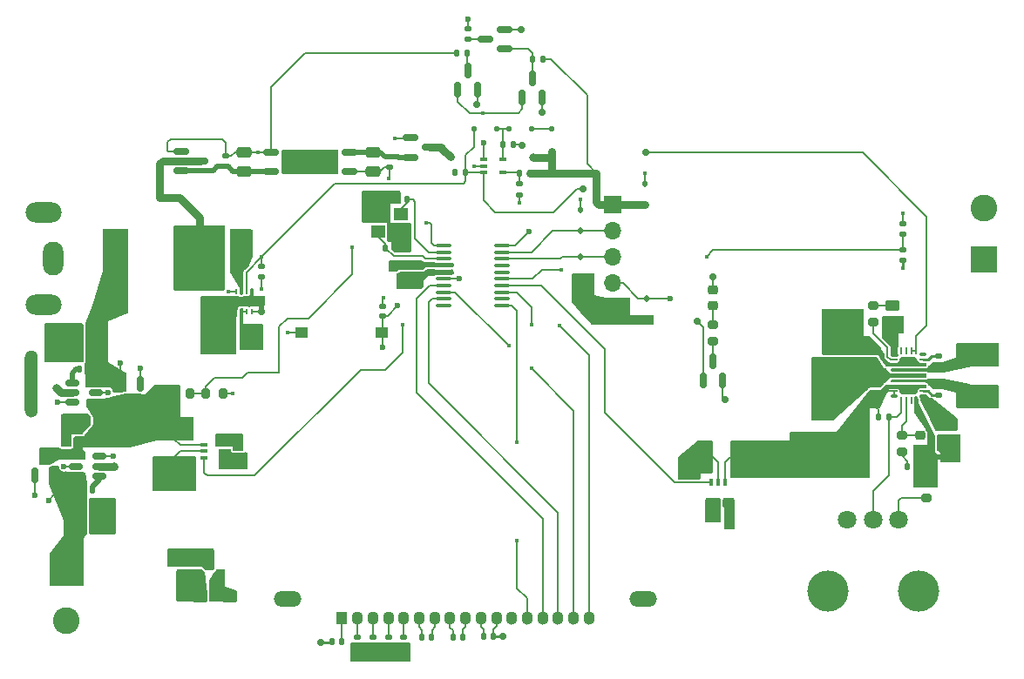
<source format=gbr>
%TF.GenerationSoftware,KiCad,Pcbnew,8.0.5*%
%TF.CreationDate,2025-07-10T15:46:46-04:00*%
%TF.ProjectId,Var_Volt_Conv,5661725f-566f-46c7-945f-436f6e762e6b,rev?*%
%TF.SameCoordinates,Original*%
%TF.FileFunction,Copper,L1,Top*%
%TF.FilePolarity,Positive*%
%FSLAX46Y46*%
G04 Gerber Fmt 4.6, Leading zero omitted, Abs format (unit mm)*
G04 Created by KiCad (PCBNEW 8.0.5) date 2025-07-10 15:46:46*
%MOMM*%
%LPD*%
G01*
G04 APERTURE LIST*
G04 Aperture macros list*
%AMRoundRect*
0 Rectangle with rounded corners*
0 $1 Rounding radius*
0 $2 $3 $4 $5 $6 $7 $8 $9 X,Y pos of 4 corners*
0 Add a 4 corners polygon primitive as box body*
4,1,4,$2,$3,$4,$5,$6,$7,$8,$9,$2,$3,0*
0 Add four circle primitives for the rounded corners*
1,1,$1+$1,$2,$3*
1,1,$1+$1,$4,$5*
1,1,$1+$1,$6,$7*
1,1,$1+$1,$8,$9*
0 Add four rect primitives between the rounded corners*
20,1,$1+$1,$2,$3,$4,$5,0*
20,1,$1+$1,$4,$5,$6,$7,0*
20,1,$1+$1,$6,$7,$8,$9,0*
20,1,$1+$1,$8,$9,$2,$3,0*%
%AMFreePoly0*
4,1,25,1.176913,0.169619,1.179619,0.166913,1.180000,0.165000,1.180000,0.125000,1.700000,0.125000,1.700000,-0.125000,1.180000,-0.125000,1.180000,-0.165000,1.179619,-0.166913,1.176913,-0.169619,1.175000,-0.170000,-1.175000,-0.170000,-1.176913,-0.169619,-1.179619,-0.166913,-1.180000,-0.165000,-1.180000,-0.125000,-1.700000,-0.125000,-1.700000,0.125000,-1.180000,0.125000,-1.180000,0.165000,
-1.179619,0.166913,-1.176913,0.169619,-1.175000,0.170000,1.175000,0.170000,1.176913,0.169619,1.176913,0.169619,$1*%
G04 Aperture macros list end*
%TA.AperFunction,EtchedComponent*%
%ADD10C,0.000000*%
%TD*%
%TA.AperFunction,ComponentPad*%
%ADD11R,1.100000X1.300000*%
%TD*%
%TA.AperFunction,ComponentPad*%
%ADD12O,1.100000X1.300000*%
%TD*%
%TA.AperFunction,ComponentPad*%
%ADD13O,2.700000X1.500000*%
%TD*%
%TA.AperFunction,SMDPad,CuDef*%
%ADD14RoundRect,0.250000X0.312500X1.075000X-0.312500X1.075000X-0.312500X-1.075000X0.312500X-1.075000X0*%
%TD*%
%TA.AperFunction,SMDPad,CuDef*%
%ADD15RoundRect,0.135000X0.135000X0.185000X-0.135000X0.185000X-0.135000X-0.185000X0.135000X-0.185000X0*%
%TD*%
%TA.AperFunction,SMDPad,CuDef*%
%ADD16RoundRect,0.150000X-0.512500X-0.150000X0.512500X-0.150000X0.512500X0.150000X-0.512500X0.150000X0*%
%TD*%
%TA.AperFunction,SMDPad,CuDef*%
%ADD17RoundRect,0.135000X-0.185000X0.135000X-0.185000X-0.135000X0.185000X-0.135000X0.185000X0.135000X0*%
%TD*%
%TA.AperFunction,SMDPad,CuDef*%
%ADD18RoundRect,0.140000X-0.140000X-0.170000X0.140000X-0.170000X0.140000X0.170000X-0.140000X0.170000X0*%
%TD*%
%TA.AperFunction,SMDPad,CuDef*%
%ADD19RoundRect,0.050000X0.075000X-0.250000X0.075000X0.250000X-0.075000X0.250000X-0.075000X-0.250000X0*%
%TD*%
%TA.AperFunction,SMDPad,CuDef*%
%ADD20RoundRect,0.050000X0.275000X0.100000X-0.275000X0.100000X-0.275000X-0.100000X0.275000X-0.100000X0*%
%TD*%
%TA.AperFunction,SMDPad,CuDef*%
%ADD21RoundRect,0.050000X0.250000X0.075000X-0.250000X0.075000X-0.250000X-0.075000X0.250000X-0.075000X0*%
%TD*%
%TA.AperFunction,SMDPad,CuDef*%
%ADD22R,3.400000X0.250000*%
%TD*%
%TA.AperFunction,SMDPad,CuDef*%
%ADD23FreePoly0,180.000000*%
%TD*%
%TA.AperFunction,SMDPad,CuDef*%
%ADD24RoundRect,0.050000X-0.075000X0.250000X-0.075000X-0.250000X0.075000X-0.250000X0.075000X0.250000X0*%
%TD*%
%TA.AperFunction,SMDPad,CuDef*%
%ADD25RoundRect,0.050000X-0.275000X-0.100000X0.275000X-0.100000X0.275000X0.100000X-0.275000X0.100000X0*%
%TD*%
%TA.AperFunction,SMDPad,CuDef*%
%ADD26RoundRect,0.050000X-0.250000X-0.075000X0.250000X-0.075000X0.250000X0.075000X-0.250000X0.075000X0*%
%TD*%
%TA.AperFunction,SMDPad,CuDef*%
%ADD27R,1.400000X1.200000*%
%TD*%
%TA.AperFunction,SMDPad,CuDef*%
%ADD28R,2.500000X1.900000*%
%TD*%
%TA.AperFunction,SMDPad,CuDef*%
%ADD29RoundRect,0.150000X-0.587500X-0.150000X0.587500X-0.150000X0.587500X0.150000X-0.587500X0.150000X0*%
%TD*%
%TA.AperFunction,SMDPad,CuDef*%
%ADD30RoundRect,0.140000X0.170000X-0.140000X0.170000X0.140000X-0.170000X0.140000X-0.170000X-0.140000X0*%
%TD*%
%TA.AperFunction,SMDPad,CuDef*%
%ADD31RoundRect,0.100000X-0.637500X-0.100000X0.637500X-0.100000X0.637500X0.100000X-0.637500X0.100000X0*%
%TD*%
%TA.AperFunction,SMDPad,CuDef*%
%ADD32RoundRect,0.150000X0.150000X-0.587500X0.150000X0.587500X-0.150000X0.587500X-0.150000X-0.587500X0*%
%TD*%
%TA.AperFunction,SMDPad,CuDef*%
%ADD33RoundRect,0.200000X0.275000X-0.200000X0.275000X0.200000X-0.275000X0.200000X-0.275000X-0.200000X0*%
%TD*%
%TA.AperFunction,SMDPad,CuDef*%
%ADD34RoundRect,0.200000X-0.200000X-0.275000X0.200000X-0.275000X0.200000X0.275000X-0.200000X0.275000X0*%
%TD*%
%TA.AperFunction,SMDPad,CuDef*%
%ADD35RoundRect,0.140000X0.140000X0.170000X-0.140000X0.170000X-0.140000X-0.170000X0.140000X-0.170000X0*%
%TD*%
%TA.AperFunction,SMDPad,CuDef*%
%ADD36RoundRect,0.200000X-0.275000X0.200000X-0.275000X-0.200000X0.275000X-0.200000X0.275000X0.200000X0*%
%TD*%
%TA.AperFunction,WasherPad*%
%ADD37C,4.000000*%
%TD*%
%TA.AperFunction,ComponentPad*%
%ADD38C,1.800000*%
%TD*%
%TA.AperFunction,SMDPad,CuDef*%
%ADD39RoundRect,0.250000X0.550000X-1.500000X0.550000X1.500000X-0.550000X1.500000X-0.550000X-1.500000X0*%
%TD*%
%TA.AperFunction,ComponentPad*%
%ADD40R,2.600000X2.600000*%
%TD*%
%TA.AperFunction,ComponentPad*%
%ADD41C,2.600000*%
%TD*%
%TA.AperFunction,SMDPad,CuDef*%
%ADD42RoundRect,0.250000X-0.325000X-0.650000X0.325000X-0.650000X0.325000X0.650000X-0.325000X0.650000X0*%
%TD*%
%TA.AperFunction,SMDPad,CuDef*%
%ADD43RoundRect,0.140000X-0.170000X0.140000X-0.170000X-0.140000X0.170000X-0.140000X0.170000X0.140000X0*%
%TD*%
%TA.AperFunction,SMDPad,CuDef*%
%ADD44RoundRect,0.250000X-0.475000X0.250000X-0.475000X-0.250000X0.475000X-0.250000X0.475000X0.250000X0*%
%TD*%
%TA.AperFunction,SMDPad,CuDef*%
%ADD45RoundRect,0.125000X-0.125000X-0.125000X0.125000X-0.125000X0.125000X0.125000X-0.125000X0.125000X0*%
%TD*%
%TA.AperFunction,SMDPad,CuDef*%
%ADD46RoundRect,0.250000X-0.650000X0.325000X-0.650000X-0.325000X0.650000X-0.325000X0.650000X0.325000X0*%
%TD*%
%TA.AperFunction,SMDPad,CuDef*%
%ADD47RoundRect,0.112500X0.112500X-0.187500X0.112500X0.187500X-0.112500X0.187500X-0.112500X-0.187500X0*%
%TD*%
%TA.AperFunction,SMDPad,CuDef*%
%ADD48RoundRect,0.100000X0.100000X-0.225000X0.100000X0.225000X-0.100000X0.225000X-0.100000X-0.225000X0*%
%TD*%
%TA.AperFunction,SMDPad,CuDef*%
%ADD49RoundRect,0.100000X-0.225000X-0.100000X0.225000X-0.100000X0.225000X0.100000X-0.225000X0.100000X0*%
%TD*%
%TA.AperFunction,SMDPad,CuDef*%
%ADD50RoundRect,0.135000X-0.135000X-0.185000X0.135000X-0.185000X0.135000X0.185000X-0.135000X0.185000X0*%
%TD*%
%TA.AperFunction,SMDPad,CuDef*%
%ADD51RoundRect,0.250000X-1.075000X0.312500X-1.075000X-0.312500X1.075000X-0.312500X1.075000X0.312500X0*%
%TD*%
%TA.AperFunction,SMDPad,CuDef*%
%ADD52RoundRect,0.135000X0.185000X-0.135000X0.185000X0.135000X-0.185000X0.135000X-0.185000X-0.135000X0*%
%TD*%
%TA.AperFunction,SMDPad,CuDef*%
%ADD53RoundRect,0.250000X-0.450000X0.262500X-0.450000X-0.262500X0.450000X-0.262500X0.450000X0.262500X0*%
%TD*%
%TA.AperFunction,ComponentPad*%
%ADD54R,1.700000X1.700000*%
%TD*%
%TA.AperFunction,ComponentPad*%
%ADD55O,1.700000X1.700000*%
%TD*%
%TA.AperFunction,SMDPad,CuDef*%
%ADD56RoundRect,0.218750X0.256250X-0.218750X0.256250X0.218750X-0.256250X0.218750X-0.256250X-0.218750X0*%
%TD*%
%TA.AperFunction,SMDPad,CuDef*%
%ADD57RoundRect,0.150000X0.587500X0.150000X-0.587500X0.150000X-0.587500X-0.150000X0.587500X-0.150000X0*%
%TD*%
%TA.AperFunction,SMDPad,CuDef*%
%ADD58RoundRect,0.250000X0.475000X-0.250000X0.475000X0.250000X-0.475000X0.250000X-0.475000X-0.250000X0*%
%TD*%
%TA.AperFunction,SMDPad,CuDef*%
%ADD59RoundRect,0.050000X0.150000X0.300000X-0.150000X0.300000X-0.150000X-0.300000X0.150000X-0.300000X0*%
%TD*%
%TA.AperFunction,SMDPad,CuDef*%
%ADD60RoundRect,0.112500X-0.112500X0.187500X-0.112500X-0.187500X0.112500X-0.187500X0.112500X0.187500X0*%
%TD*%
%TA.AperFunction,SMDPad,CuDef*%
%ADD61RoundRect,0.250000X0.325000X0.650000X-0.325000X0.650000X-0.325000X-0.650000X0.325000X-0.650000X0*%
%TD*%
%TA.AperFunction,SMDPad,CuDef*%
%ADD62C,0.500000*%
%TD*%
%TA.AperFunction,SMDPad,CuDef*%
%ADD63RoundRect,0.050000X-0.150000X-0.300000X0.150000X-0.300000X0.150000X0.300000X-0.150000X0.300000X0*%
%TD*%
%TA.AperFunction,SMDPad,CuDef*%
%ADD64RoundRect,0.125000X-0.125000X0.125000X-0.125000X-0.125000X0.125000X-0.125000X0.125000X0.125000X0*%
%TD*%
%TA.AperFunction,SMDPad,CuDef*%
%ADD65RoundRect,0.250000X0.250000X0.475000X-0.250000X0.475000X-0.250000X-0.475000X0.250000X-0.475000X0*%
%TD*%
%TA.AperFunction,SMDPad,CuDef*%
%ADD66RoundRect,0.125000X0.125000X0.125000X-0.125000X0.125000X-0.125000X-0.125000X0.125000X-0.125000X0*%
%TD*%
%TA.AperFunction,SMDPad,CuDef*%
%ADD67R,1.900000X2.500000*%
%TD*%
%TA.AperFunction,ComponentPad*%
%ADD68R,2.000000X4.000000*%
%TD*%
%TA.AperFunction,ComponentPad*%
%ADD69O,2.000000X3.300000*%
%TD*%
%TA.AperFunction,ComponentPad*%
%ADD70O,3.500000X2.000000*%
%TD*%
%TA.AperFunction,SMDPad,CuDef*%
%ADD71RoundRect,0.062500X0.062500X-0.187500X0.062500X0.187500X-0.062500X0.187500X-0.062500X-0.187500X0*%
%TD*%
%TA.AperFunction,ComponentPad*%
%ADD72C,0.600000*%
%TD*%
%TA.AperFunction,SMDPad,CuDef*%
%ADD73R,1.600000X0.900000*%
%TD*%
%TA.AperFunction,SMDPad,CuDef*%
%ADD74RoundRect,0.100000X0.225000X0.100000X-0.225000X0.100000X-0.225000X-0.100000X0.225000X-0.100000X0*%
%TD*%
%TA.AperFunction,SMDPad,CuDef*%
%ADD75RoundRect,0.225000X-0.250000X0.225000X-0.250000X-0.225000X0.250000X-0.225000X0.250000X0.225000X0*%
%TD*%
%TA.AperFunction,SMDPad,CuDef*%
%ADD76R,1.250000X1.000000*%
%TD*%
%TA.AperFunction,ComponentPad*%
%ADD77C,1.300000*%
%TD*%
%TA.AperFunction,SMDPad,CuDef*%
%ADD78RoundRect,0.150000X0.512500X0.150000X-0.512500X0.150000X-0.512500X-0.150000X0.512500X-0.150000X0*%
%TD*%
%TA.AperFunction,SMDPad,CuDef*%
%ADD79RoundRect,0.150000X-0.150000X0.587500X-0.150000X-0.587500X0.150000X-0.587500X0.150000X0.587500X0*%
%TD*%
%TA.AperFunction,ViaPad*%
%ADD80C,0.600000*%
%TD*%
%TA.AperFunction,ViaPad*%
%ADD81C,0.450000*%
%TD*%
%TA.AperFunction,ViaPad*%
%ADD82C,0.800000*%
%TD*%
%TA.AperFunction,ViaPad*%
%ADD83C,0.700000*%
%TD*%
%TA.AperFunction,Conductor*%
%ADD84C,0.200000*%
%TD*%
%TA.AperFunction,Conductor*%
%ADD85C,0.500000*%
%TD*%
%TA.AperFunction,Conductor*%
%ADD86C,0.750000*%
%TD*%
%TA.AperFunction,Conductor*%
%ADD87C,0.250000*%
%TD*%
G04 APERTURE END LIST*
D10*
%TA.AperFunction,EtchedComponent*%
%TO.C,NT102*%
G36*
X190387500Y-111540000D02*
G01*
X189387500Y-111540000D01*
X189387500Y-111040000D01*
X190387500Y-111040000D01*
X190387500Y-111540000D01*
G37*
%TD.AperFunction*%
%TA.AperFunction,EtchedComponent*%
%TO.C,NT103*%
G36*
X124350000Y-97100000D02*
G01*
X123850000Y-97100000D01*
X123850000Y-96100000D01*
X124350000Y-96100000D01*
X124350000Y-97100000D01*
G37*
%TD.AperFunction*%
%TA.AperFunction,EtchedComponent*%
%TO.C,NT101*%
G36*
X102337500Y-106790000D02*
G01*
X101037500Y-106790000D01*
X101037500Y-101590000D01*
X102337500Y-101590000D01*
X102337500Y-106790000D01*
G37*
%TD.AperFunction*%
%TD*%
D11*
%TO.P,U301,1,V0*%
%TO.N,/[3] Display/LV0*%
X131887500Y-126940000D03*
D12*
%TO.P,U301,2,V1*%
%TO.N,/[3] Display/LV1*%
X133387500Y-126940000D03*
%TO.P,U301,3,V2*%
%TO.N,/[3] Display/LV2*%
X134887500Y-126940000D03*
%TO.P,U301,4,V3*%
%TO.N,/[3] Display/LV3*%
X136387500Y-126940000D03*
%TO.P,U301,5,V4*%
%TO.N,/[3] Display/LV4*%
X137887500Y-126940000D03*
%TO.P,U301,6,C2-*%
%TO.N,/[3] Display/LC2-*%
X139387500Y-126940000D03*
%TO.P,U301,7,C2+*%
%TO.N,/[3] Display/LC2+*%
X140887500Y-126940000D03*
%TO.P,U301,8,C1+*%
%TO.N,/[3] Display/LC1+*%
X142387500Y-126940000D03*
%TO.P,U301,9,C1-*%
%TO.N,/[3] Display/LC1-*%
X143887500Y-126940000D03*
%TO.P,U301,10,VOUT*%
%TO.N,/[3] Display/LVOUT*%
X145387500Y-126940000D03*
%TO.P,U301,11,VSS*%
%TO.N,GNDD*%
X146887500Y-126940000D03*
%TO.P,U301,12,VDD*%
%TO.N,+3V0*%
X148387500Y-126940000D03*
%TO.P,U301,13,SI*%
%TO.N,SPI_MOSI*%
X149887500Y-126940000D03*
%TO.P,U301,14,SCL*%
%TO.N,SPI_CLK*%
X151387500Y-126940000D03*
%TO.P,U301,15,A0*%
%TO.N,REGISTER_SELECT*%
X152887500Y-126940000D03*
%TO.P,U301,16,/RST*%
%TO.N,{slash}RESET*%
X154387500Y-126940000D03*
%TO.P,U301,17,/CS1*%
%TO.N,{slash}CHIP_SELECT*%
X155887500Y-126940000D03*
D13*
%TO.P,U301,18,LED+*%
%TO.N,+3V0*%
X126587500Y-125140000D03*
%TO.P,U301,19,LED-*%
%TO.N,GNDD*%
X161187500Y-125140000D03*
%TD*%
D14*
%TO.P,R116,1*%
%TO.N,VARIABLE_OUTPUT_VOLTAGE_A*%
X170220000Y-111310000D03*
%TO.P,R116,2*%
%TO.N,VARIABLE_OUTPUT_VOLTAGE_B*%
X167295000Y-111310000D03*
%TD*%
D15*
%TO.P,R101,1*%
%TO.N,/[1] Power/BUCK_VOS*%
X143906250Y-83652500D03*
%TO.P,R101,2*%
%TO.N,GND*%
X142886250Y-83652500D03*
%TD*%
D16*
%TO.P,U102,1,VCAP*%
%TO.N,/[1] Power/VCAP_J*%
X105700000Y-104077500D03*
%TO.P,U102,2,GND*%
%TO.N,GNDPWR*%
X105700000Y-105027500D03*
%TO.P,U102,3,EN*%
%TO.N,/[1] Power/JACK_POWER*%
X105700000Y-105977500D03*
%TO.P,U102,4,CATHODE*%
%TO.N,SYSTEM_POWER_A*%
X107975000Y-105977500D03*
%TO.P,U102,5,GATE*%
%TO.N,/[1] Power/GATE_J*%
X107975000Y-105027500D03*
%TO.P,U102,6,ANODE*%
%TO.N,/[1] Power/JACK_POWER*%
X107975000Y-104077500D03*
%TD*%
D17*
%TO.P,R103,1*%
%TO.N,/[1] Power/ST_PPM_IN*%
X149121250Y-84755000D03*
%TO.P,R103,2*%
%TO.N,GNDPWR*%
X149121250Y-85775000D03*
%TD*%
D18*
%TO.P,C203,1*%
%TO.N,GNDD*%
X137220000Y-86250000D03*
%TO.P,C203,2*%
%TO.N,/[2] Microcontroller/HSE_IN*%
X138180000Y-86250000D03*
%TD*%
D19*
%TO.P,U105,1,EN/UVLO*%
%TO.N,/[1] Power/BUCK_VOS*%
X187687500Y-100965000D03*
%TO.P,U105,2,MODE*%
X187187500Y-100965000D03*
%TO.P,U105,3,PG*%
%TO.N,unconnected-(U105-PG-Pad3)*%
X186687500Y-100965000D03*
%TO.P,U105,4,CC\u005C*%
%TO.N,unconnected-(U105-CC\u005C-Pad4)*%
X186187500Y-100965000D03*
D20*
%TO.P,U105,5,DITH/SYNC*%
%TO.N,GNDA*%
X185562500Y-101325000D03*
D21*
%TO.P,U105,6,FSW*%
%TO.N,/[1] Power/BB_FSW1*%
X185537500Y-101825000D03*
D22*
%TO.P,U105,7,VIN*%
%TO.N,SYSTEM_POWER_B*%
X186937500Y-102285000D03*
%TO.P,U105,8,SW1*%
%TO.N,/[1] Power/BB_SW1*%
X186937500Y-102825000D03*
D23*
%TO.P,U105,9,PGND*%
%TO.N,GNDPWR*%
X186937500Y-103365000D03*
D22*
%TO.P,U105,10,SW2*%
%TO.N,/[1] Power/BB_SW2*%
X186937500Y-103905000D03*
%TO.P,U105,11,VOUT*%
%TO.N,VARIABLE_OUTPUT_VOLTAGE_A*%
X186937500Y-104445000D03*
D21*
%TO.P,U105,12,ISP*%
X185537500Y-104905000D03*
D20*
%TO.P,U105,13,ISN*%
X185562500Y-105405000D03*
D24*
%TO.P,U105,14,FB*%
%TO.N,/[1] Power/BB_FEEDBACK*%
X186187500Y-105765000D03*
%TO.P,U105,15,COMP*%
%TO.N,/[1] Power/BB_COMP1*%
X186687500Y-105765000D03*
%TO.P,U105,16,CDC*%
%TO.N,unconnected-(U105-CDC-Pad16)*%
X187187500Y-105765000D03*
%TO.P,U105,17,AGND*%
%TO.N,GNDA*%
X187687500Y-105765000D03*
D25*
%TO.P,U105,18,VCC*%
%TO.N,/[1] Power/VCC_BB*%
X188312500Y-105405000D03*
D26*
%TO.P,U105,19,BOOT2*%
%TO.N,/[1] Power/BB_BOOT2*%
X188337500Y-104905000D03*
%TO.P,U105,20,BOOT1*%
%TO.N,/[1] Power/BB_BOOT1*%
X188337500Y-101825000D03*
D25*
%TO.P,U105,21,EXTVCC*%
%TO.N,unconnected-(U105-EXTVCC-Pad21)*%
X188312500Y-101325000D03*
%TD*%
D27*
%TO.P,Y201,1,1*%
%TO.N,/[2] Microcontroller/HSE_OUT*%
X135400000Y-89400000D03*
%TO.P,Y201,2,2*%
%TO.N,GNDD*%
X137600000Y-89400000D03*
%TO.P,Y201,3,3*%
%TO.N,/[2] Microcontroller/HSE_IN*%
X137600000Y-87700000D03*
%TO.P,Y201,4,4*%
%TO.N,GNDD*%
X135400000Y-87700000D03*
%TD*%
D28*
%TO.P,L102,1,1*%
%TO.N,/[1] Power/BB_SW1*%
X194287500Y-101315000D03*
%TO.P,L102,2,2*%
%TO.N,/[1] Power/BB_SW2*%
X194287500Y-105415000D03*
%TD*%
D29*
%TO.P,Q106,1,G*%
%TO.N,/[1] Power/ST_PPM_GATE*%
X138512500Y-80240000D03*
%TO.P,Q106,2,S*%
%TO.N,/[1] Power/ST_PPM_SOURCE*%
X138512500Y-82140000D03*
%TO.P,Q106,3,D*%
%TO.N,ST_3V3*%
X140387500Y-81190000D03*
%TD*%
D30*
%TO.P,C205,1*%
%TO.N,/[2] Microcontroller/NRST*%
X135875000Y-97585000D03*
%TO.P,C205,2*%
%TO.N,GNDD*%
X135875000Y-96625000D03*
%TD*%
D31*
%TO.P,U201,1,PB7/PB8*%
%TO.N,S-INPUT_VOLTAGE*%
X141725000Y-90725000D03*
%TO.P,U201,2,PC14/PB9*%
%TO.N,/[2] Microcontroller/HSE_IN*%
X141725000Y-91375000D03*
%TO.P,U201,3,PC15*%
%TO.N,/[2] Microcontroller/HSE_OUT*%
X141725000Y-92025000D03*
%TO.P,U201,4,VDD*%
%TO.N,+3V3*%
X141725000Y-92675000D03*
%TO.P,U201,5,VSS*%
%TO.N,GNDD*%
X141725000Y-93325000D03*
%TO.P,U201,6,NRST*%
%TO.N,/[2] Microcontroller/NRST*%
X141725000Y-93975000D03*
%TO.P,U201,7,PA0*%
%TO.N,SPI_CLK*%
X141725000Y-94625000D03*
%TO.P,U201,8,PA1*%
%TO.N,{slash}RESET*%
X141725000Y-95275000D03*
%TO.P,U201,9,PA2*%
%TO.N,REGISTER_SELECT*%
X141725000Y-95925000D03*
%TO.P,U201,10,PA3*%
%TO.N,unconnected-(U201-PA3-Pad10)*%
X141725000Y-96575000D03*
%TO.P,U201,11,PA4*%
%TO.N,SPI_MOSI*%
X147450000Y-96575000D03*
%TO.P,U201,12,PA5*%
%TO.N,unconnected-(U201-PA5-Pad12)*%
X147450000Y-95925000D03*
%TO.P,U201,13,PA6*%
%TO.N,S-INPUT_CURRENT*%
X147450000Y-95275000D03*
%TO.P,U201,14,PA7*%
%TO.N,S-OUTPUT_CURRENT*%
X147450000Y-94625000D03*
%TO.P,U201,15,PB0/PB1/PB2/PA8*%
%TO.N,S-OUTPUT_VOLTAGE*%
X147450000Y-93975000D03*
%TO.P,U201,16,PA11/PA9*%
%TO.N,unconnected-(U201-PA11{slash}PA9-Pad16)*%
X147450000Y-93325000D03*
%TO.P,U201,17,PA12/PA10*%
%TO.N,unconnected-(U201-PA12{slash}PA10-Pad17)*%
X147450000Y-92675000D03*
%TO.P,U201,18,PA13*%
%TO.N,/[2] Microcontroller/SWDIO*%
X147450000Y-92025000D03*
%TO.P,U201,19,PA14/PA15*%
%TO.N,/[2] Microcontroller/SWCLK*%
X147450000Y-91375000D03*
%TO.P,U201,20,PB3/PB4/PB5/PB6*%
%TO.N,{slash}CHIP_SELECT*%
X147450000Y-90725000D03*
%TD*%
D32*
%TO.P,U106,1,GND*%
%TO.N,GNDPWR*%
X117987500Y-123190000D03*
%TO.P,U106,2,VO*%
%TO.N,+3V0*%
X119887500Y-123190000D03*
%TO.P,U106,3,VI*%
%TO.N,+3V3*%
X118937500Y-121315000D03*
%TD*%
D33*
%TO.P,R117,1*%
%TO.N,/[1] Power/BB_POT_R*%
X188687500Y-115290000D03*
%TO.P,R117,2*%
%TO.N,GNDA*%
X188687500Y-113640000D03*
%TD*%
D30*
%TO.P,C116,1*%
%TO.N,/[1] Power/BB_SW1*%
X189887500Y-102445000D03*
%TO.P,C116,2*%
%TO.N,/[1] Power/BB_BOOT1*%
X189887500Y-101485000D03*
%TD*%
D15*
%TO.P,R110,1*%
%TO.N,ST_3V3*%
X151443750Y-72615000D03*
%TO.P,R110,2*%
%TO.N,/[1] Power/ST_PPM_INV1*%
X150423750Y-72615000D03*
%TD*%
D34*
%TO.P,R401,1*%
%TO.N,SYSTEM_POWER_A*%
X115462500Y-105090000D03*
%TO.P,R401,2*%
%TO.N,S-INPUT_VOLTAGE*%
X117112500Y-105090000D03*
%TD*%
D35*
%TO.P,C402,1*%
%TO.N,+3V3*%
X169312500Y-116940000D03*
%TO.P,C402,2*%
%TO.N,GNDA*%
X168352500Y-116940000D03*
%TD*%
D36*
%TO.P,R114,1*%
%TO.N,/[1] Power/BB_COMP1*%
X186287500Y-109165000D03*
%TO.P,R114,2*%
%TO.N,/[1] Power/BB_COMP2*%
X186287500Y-110815000D03*
%TD*%
D37*
%TO.P,RV101,*%
%TO.N,*%
X187900000Y-124365000D03*
X179100000Y-124365000D03*
D38*
%TO.P,RV101,1,1*%
%TO.N,unconnected-(RV101-Pad1)*%
X181000000Y-117365000D03*
%TO.P,RV101,2,2*%
%TO.N,/[1] Power/BB_FEEDBACK*%
X183500000Y-117365000D03*
%TO.P,RV101,3,3*%
%TO.N,/[1] Power/BB_POT_R*%
X186000000Y-117365000D03*
%TD*%
D34*
%TO.P,R402,1*%
%TO.N,S-INPUT_VOLTAGE*%
X118662500Y-105090000D03*
%TO.P,R402,2*%
%TO.N,GNDPWR*%
X120312500Y-105090000D03*
%TD*%
D39*
%TO.P,C120,1*%
%TO.N,VARIABLE_OUTPUT_VOLTAGE_A*%
X178687500Y-111165000D03*
%TO.P,C120,2*%
%TO.N,GNDPWR*%
X178687500Y-105765000D03*
%TD*%
D40*
%TO.P,J102,1,Pin_1*%
%TO.N,/[1] Power/SCREW_TERMINAL_POWER*%
X105142500Y-122215000D03*
D41*
%TO.P,J102,2,Pin_2*%
%TO.N,GNDPWR*%
X105142500Y-127215000D03*
%TD*%
D18*
%TO.P,C121,1*%
%TO.N,/[1] Power/BB_COMP2*%
X186807500Y-112190000D03*
%TO.P,C121,2*%
%TO.N,GNDA*%
X187767500Y-112190000D03*
%TD*%
D29*
%TO.P,Q104,1,G*%
%TO.N,/[1] Power/BUCK_PPM_GATE*%
X116275000Y-81552500D03*
%TO.P,Q104,2,S*%
%TO.N,/[1] Power/BUCK_PPM_SOURCE*%
X116275000Y-83452500D03*
%TO.P,Q104,3,D*%
%TO.N,/[1] Power/BUCK_VOS*%
X118150000Y-82502500D03*
%TD*%
D30*
%TO.P,C303,1*%
%TO.N,GNDD*%
X133397500Y-129770000D03*
%TO.P,C303,2*%
%TO.N,/[3] Display/LV1*%
X133397500Y-128810000D03*
%TD*%
D42*
%TO.P,C102,1*%
%TO.N,/[1] Power/SCREW_TERMINAL_POWER*%
X105742500Y-116440000D03*
%TO.P,C102,2*%
%TO.N,GNDPWR*%
X108692500Y-116440000D03*
%TD*%
D30*
%TO.P,C118,1*%
%TO.N,VARIABLE_OUTPUT_VOLTAGE_A*%
X183687500Y-105145000D03*
%TO.P,C118,2*%
%TO.N,GNDPWR*%
X183687500Y-104185000D03*
%TD*%
D43*
%TO.P,C202,1*%
%TO.N,+3V3*%
X139300000Y-92770000D03*
%TO.P,C202,2*%
%TO.N,GNDD*%
X139300000Y-93730000D03*
%TD*%
D44*
%TO.P,C113,1*%
%TO.N,SYSTEM_POWER_B*%
X179887500Y-100515000D03*
%TO.P,C113,2*%
%TO.N,GNDPWR*%
X179887500Y-102415000D03*
%TD*%
D45*
%TO.P,D105,1,K*%
%TO.N,/[1] Power/COMP_POWER*%
X148121250Y-79340000D03*
%TO.P,D105,2,A*%
%TO.N,/[1] Power/ST_3V3_Diode*%
X150321250Y-79340000D03*
%TD*%
D46*
%TO.P,C111,1*%
%TO.N,/[1] Power/BUCK_VOS*%
X119487500Y-94465000D03*
%TO.P,C111,2*%
%TO.N,GNDPWR*%
X119487500Y-97415000D03*
%TD*%
D35*
%TO.P,C106,1*%
%TO.N,SYSTEM_POWER_A*%
X108017500Y-107627500D03*
%TO.P,C106,2*%
%TO.N,GNDPWR*%
X107057500Y-107627500D03*
%TD*%
D47*
%TO.P,D202,1,A1*%
%TO.N,GNDD*%
X155087500Y-93950000D03*
%TO.P,D202,2,A2*%
%TO.N,/[2] Microcontroller/SWDIO*%
X155087500Y-91850000D03*
%TD*%
D35*
%TO.P,C204,1*%
%TO.N,GNDD*%
X137080000Y-90950000D03*
%TO.P,C204,2*%
%TO.N,/[2] Microcontroller/HSE_OUT*%
X136120000Y-90950000D03*
%TD*%
D48*
%TO.P,U402,1,REF*%
%TO.N,GNDA*%
X167782500Y-115690000D03*
%TO.P,U402,2,GND*%
X168432500Y-115690000D03*
%TO.P,U402,3,V+*%
%TO.N,+3V3*%
X169082500Y-115690000D03*
%TO.P,U402,4,IN+*%
%TO.N,VARIABLE_OUTPUT_VOLTAGE_A*%
X169082500Y-113790000D03*
%TO.P,U402,5,IN-*%
%TO.N,VARIABLE_OUTPUT_VOLTAGE_B*%
X168432500Y-113790000D03*
%TO.P,U402,6,OUT*%
%TO.N,S-OUTPUT_CURRENT*%
X167782500Y-113790000D03*
%TD*%
D29*
%TO.P,Q105,1,G*%
%TO.N,/[1] Power/BUCK_PPM_GATE*%
X125012500Y-81640000D03*
%TO.P,Q105,2,S*%
%TO.N,/[1] Power/BUCK_PPM_SOURCE*%
X125012500Y-83540000D03*
%TO.P,Q105,3,D*%
%TO.N,+3V3*%
X126887500Y-82590000D03*
%TD*%
D49*
%TO.P,U101,1*%
%TO.N,/[1] Power/COMP_OUT*%
X145653750Y-82340000D03*
%TO.P,U101,2,V-*%
%TO.N,GNDPWR*%
X145653750Y-82990000D03*
%TO.P,U101,3,+*%
%TO.N,/[1] Power/BUCK_VOS*%
X145653750Y-83640000D03*
%TO.P,U101,4,-*%
%TO.N,/[1] Power/ST_PPM_IN*%
X147553750Y-83640000D03*
%TO.P,U101,5,V+*%
%TO.N,/[1] Power/COMP_POWER*%
X147553750Y-82340000D03*
%TD*%
D18*
%TO.P,C103,1*%
%TO.N,/[1] Power/COMP_POWER*%
X147541250Y-80940000D03*
%TO.P,C103,2*%
%TO.N,GNDPWR*%
X148501250Y-80940000D03*
%TD*%
%TO.P,C105,1*%
%TO.N,/[1] Power/SCREW_TERMINAL_POWER*%
X106717500Y-114540000D03*
%TO.P,C105,2*%
%TO.N,/[1] Power/VCAP_T*%
X107677500Y-114540000D03*
%TD*%
D50*
%TO.P,R104,1*%
%TO.N,/[1] Power/BUCK_PPM_GATE*%
X143053750Y-71982500D03*
%TO.P,R104,2*%
%TO.N,/[1] Power/BUCK_PPM_INV*%
X144073750Y-71982500D03*
%TD*%
D44*
%TO.P,C115,1*%
%TO.N,/[1] Power/VCC_BB*%
X190487500Y-108015000D03*
%TO.P,C115,2*%
%TO.N,GNDPWR*%
X190487500Y-109915000D03*
%TD*%
D35*
%TO.P,C301,1*%
%TO.N,GNDD*%
X146610000Y-128765000D03*
%TO.P,C301,2*%
%TO.N,/[3] Display/LVOUT*%
X145650000Y-128765000D03*
%TD*%
D51*
%TO.P,R106,1*%
%TO.N,SYSTEM_POWER_A*%
X115637500Y-108952500D03*
%TO.P,R106,2*%
%TO.N,SYSTEM_POWER_B*%
X115637500Y-111877500D03*
%TD*%
D40*
%TO.P,J103,1,Pin_1*%
%TO.N,VARIABLE_OUTPUT_VOLTAGE_B*%
X194292500Y-92090000D03*
D41*
%TO.P,J103,2,Pin_2*%
%TO.N,GNDPWR*%
X194292500Y-87090000D03*
%TD*%
D32*
%TO.P,Q101,1,G*%
%TO.N,/[1] Power/COMP_OUT*%
X143151250Y-75545000D03*
%TO.P,Q101,2,S*%
%TO.N,GNDPWR*%
X145051250Y-75545000D03*
%TO.P,Q101,3,D*%
%TO.N,/[1] Power/BUCK_PPM_INV*%
X144101250Y-73670000D03*
%TD*%
D52*
%TO.P,R403,1*%
%TO.N,VARIABLE_OUTPUT_VOLTAGE_B*%
X186400000Y-92205000D03*
%TO.P,R403,2*%
%TO.N,S-OUTPUT_VOLTAGE*%
X186400000Y-91185000D03*
%TD*%
D50*
%TO.P,R115,1*%
%TO.N,VARIABLE_OUTPUT_VOLTAGE_A*%
X183977500Y-107365000D03*
%TO.P,R115,2*%
%TO.N,/[1] Power/BB_FEEDBACK*%
X184997500Y-107365000D03*
%TD*%
D18*
%TO.P,C302,1*%
%TO.N,GNDD*%
X130907500Y-129290000D03*
%TO.P,C302,2*%
%TO.N,/[3] Display/LV0*%
X131867500Y-129290000D03*
%TD*%
D53*
%TO.P,R112,1*%
%TO.N,/[1] Power/BB_FSW2*%
X185387500Y-96552500D03*
%TO.P,R112,2*%
%TO.N,GNDA*%
X185387500Y-98377500D03*
%TD*%
D44*
%TO.P,C112,1*%
%TO.N,SYSTEM_POWER_B*%
X182087500Y-100515000D03*
%TO.P,C112,2*%
%TO.N,GNDPWR*%
X182087500Y-102415000D03*
%TD*%
D18*
%TO.P,C307,1*%
%TO.N,/[3] Display/LC2-*%
X139622500Y-128790000D03*
%TO.P,C307,2*%
%TO.N,/[3] Display/LC2+*%
X140582500Y-128790000D03*
%TD*%
D52*
%TO.P,R109,1*%
%TO.N,/[1] Power/PG*%
X124087500Y-93750000D03*
%TO.P,R109,2*%
%TO.N,/[1] Power/BUCK_VOS*%
X124087500Y-92730000D03*
%TD*%
D54*
%TO.P,J201,1,Pin_1*%
%TO.N,ST_3V3*%
X158187500Y-86770000D03*
D55*
%TO.P,J201,2,Pin_2*%
%TO.N,/[2] Microcontroller/SWCLK*%
X158187500Y-89310000D03*
%TO.P,J201,3,Pin_3*%
%TO.N,/[2] Microcontroller/SWDIO*%
X158187500Y-91850000D03*
%TO.P,J201,4,Pin_4*%
%TO.N,/[2] Microcontroller/NRST*%
X158187500Y-94390000D03*
%TO.P,J201,5,Pin_5*%
%TO.N,GNDD*%
X158187500Y-96930000D03*
%TD*%
D56*
%TO.P,D106,1,K*%
%TO.N,/[1] Power/POW_IND_LED_R*%
X167937500Y-96602500D03*
%TO.P,D106,2,A*%
%TO.N,+3V3*%
X167937500Y-95027500D03*
%TD*%
D18*
%TO.P,C308,1*%
%TO.N,/[3] Display/LC1+*%
X142682500Y-128790000D03*
%TO.P,C308,2*%
%TO.N,/[3] Display/LC1-*%
X143642500Y-128790000D03*
%TD*%
D57*
%TO.P,Q107,1,G*%
%TO.N,/[1] Power/ST_PPM_GATE*%
X132625000Y-83550000D03*
%TO.P,Q107,2,S*%
%TO.N,/[1] Power/ST_PPM_SOURCE*%
X132625000Y-81650000D03*
%TO.P,Q107,3,D*%
%TO.N,+3V3*%
X130750000Y-82600000D03*
%TD*%
D30*
%TO.P,C305,1*%
%TO.N,GNDD*%
X136397500Y-129770000D03*
%TO.P,C305,2*%
%TO.N,/[3] Display/LV3*%
X136397500Y-128810000D03*
%TD*%
D35*
%TO.P,C107,1*%
%TO.N,SYSTEM_POWER_A*%
X106180000Y-109900000D03*
%TO.P,C107,2*%
%TO.N,GNDPWR*%
X105220000Y-109900000D03*
%TD*%
D43*
%TO.P,C114,1*%
%TO.N,SYSTEM_POWER_B*%
X183687500Y-100985000D03*
%TO.P,C114,2*%
%TO.N,GNDPWR*%
X183687500Y-101945000D03*
%TD*%
D58*
%TO.P,C110,1*%
%TO.N,/[1] Power/ST_PPM_GATE*%
X134887500Y-83550000D03*
%TO.P,C110,2*%
%TO.N,/[1] Power/ST_PPM_SOURCE*%
X134887500Y-81650000D03*
%TD*%
D59*
%TO.P,D102,1,A1*%
%TO.N,GNDPWR*%
X107567500Y-118340000D03*
%TO.P,D102,2,A2*%
%TO.N,/[1] Power/SCREW_TERMINAL_POWER*%
X106867500Y-118340000D03*
%TD*%
D60*
%TO.P,D203,1,A1*%
%TO.N,GNDD*%
X155050000Y-87225000D03*
%TO.P,D203,2,A2*%
%TO.N,/[2] Microcontroller/SWCLK*%
X155050000Y-89325000D03*
%TD*%
D61*
%TO.P,C101,1*%
%TO.N,/[1] Power/JACK_POWER*%
X108312500Y-100927500D03*
%TO.P,C101,2*%
%TO.N,GNDPWR*%
X105362500Y-100927500D03*
%TD*%
D17*
%TO.P,R108,1*%
%TO.N,/[1] Power/ST_PPM_GATE*%
X144153750Y-69635000D03*
%TO.P,R108,2*%
%TO.N,/[1] Power/ST_PPM_INV2*%
X144153750Y-70655000D03*
%TD*%
D62*
%TO.P,NT102,1,1*%
%TO.N,GNDPWR*%
X190387500Y-111290000D03*
%TO.P,NT102,2,2*%
%TO.N,GNDA*%
X189387500Y-111290000D03*
%TD*%
D36*
%TO.P,R113,1*%
%TO.N,/[1] Power/POW_IND_LED_R*%
X167937500Y-98390000D03*
%TO.P,R113,2*%
%TO.N,/[1] Power/POW_IND_R_NMOS*%
X167937500Y-100040000D03*
%TD*%
D17*
%TO.P,R105,1*%
%TO.N,/[1] Power/BUCK_PPM_GATE*%
X120600000Y-82030000D03*
%TO.P,R105,2*%
%TO.N,/[1] Power/BUCK_PPM_SOURCE*%
X120600000Y-83050000D03*
%TD*%
D63*
%TO.P,D101,1,A1*%
%TO.N,GNDPWR*%
X106487500Y-99027500D03*
%TO.P,D101,2,A2*%
%TO.N,/[1] Power/JACK_POWER*%
X107187500Y-99027500D03*
%TD*%
D35*
%TO.P,C123,1*%
%TO.N,+3V0*%
X119392500Y-124852500D03*
%TO.P,C123,2*%
%TO.N,GNDPWR*%
X118432500Y-124852500D03*
%TD*%
D64*
%TO.P,D104,1,K*%
%TO.N,/[1] Power/ST_3V3_Diode*%
X152221250Y-79340000D03*
%TO.P,D104,2,A*%
%TO.N,ST_3V3*%
X152221250Y-81540000D03*
%TD*%
D62*
%TO.P,NT103,1,1*%
%TO.N,GNDPWR*%
X124100000Y-96100000D03*
%TO.P,NT103,2,2*%
%TO.N,GNDA*%
X124100000Y-97100000D03*
%TD*%
D44*
%TO.P,C108,1*%
%TO.N,/[1] Power/BUCK_PPM_GATE*%
X122375000Y-81640000D03*
%TO.P,C108,2*%
%TO.N,/[1] Power/BUCK_PPM_SOURCE*%
X122375000Y-83540000D03*
%TD*%
D32*
%TO.P,Q110,1,G*%
%TO.N,+3V3*%
X166987500Y-103890000D03*
%TO.P,Q110,2,S*%
%TO.N,GNDPWR*%
X168887500Y-103890000D03*
%TO.P,Q110,3,D*%
%TO.N,/[1] Power/POW_IND_R_NMOS*%
X167937500Y-102015000D03*
%TD*%
D35*
%TO.P,C104,1*%
%TO.N,/[1] Power/JACK_POWER*%
X107317500Y-102727500D03*
%TO.P,C104,2*%
%TO.N,/[1] Power/VCAP_J*%
X106357500Y-102727500D03*
%TD*%
D43*
%TO.P,C401,1*%
%TO.N,+3V3*%
X121837500Y-110260000D03*
%TO.P,C401,2*%
%TO.N,GNDA*%
X121837500Y-111220000D03*
%TD*%
D65*
%TO.P,C109,1*%
%TO.N,SYSTEM_POWER_B*%
X122737500Y-99440000D03*
%TO.P,C109,2*%
%TO.N,GNDPWR*%
X120837500Y-99440000D03*
%TD*%
D66*
%TO.P,D103,1,K*%
%TO.N,/[1] Power/COMP_POWER*%
X146921250Y-79340000D03*
%TO.P,D103,2,A*%
%TO.N,/[1] Power/BUCK_VOS*%
X144721250Y-79340000D03*
%TD*%
D67*
%TO.P,L101,1,1*%
%TO.N,/[1] Power/BUCK_SW*%
X122137500Y-90540000D03*
%TO.P,L101,2,2*%
%TO.N,/[1] Power/BUCK_VOS*%
X118037500Y-90540000D03*
%TD*%
D30*
%TO.P,C304,1*%
%TO.N,GNDD*%
X134897500Y-129770000D03*
%TO.P,C304,2*%
%TO.N,/[3] Display/LV2*%
X134897500Y-128810000D03*
%TD*%
D32*
%TO.P,Q103,1,G*%
%TO.N,/[1] Power/GATE_T*%
X102047500Y-113115000D03*
%TO.P,Q103,2,S*%
%TO.N,/[1] Power/SCREW_TERMINAL_POWER*%
X103947500Y-113115000D03*
%TO.P,Q103,3,D*%
%TO.N,SYSTEM_POWER_A*%
X102997500Y-111240000D03*
%TD*%
D68*
%TO.P,J101,1*%
%TO.N,/[1] Power/JACK_POWER*%
X109862500Y-92015000D03*
D69*
%TO.P,J101,2*%
%TO.N,GNDPWR*%
X103862500Y-92015000D03*
D70*
%TO.P,J101,MP*%
%TO.N,N/C*%
X102862500Y-87515000D03*
X102862500Y-96515000D03*
%TD*%
D30*
%TO.P,C306,1*%
%TO.N,GNDD*%
X137897500Y-129770000D03*
%TO.P,C306,2*%
%TO.N,/[3] Display/LV4*%
X137897500Y-128810000D03*
%TD*%
D71*
%TO.P,U104,1,PGND*%
%TO.N,GNDPWR*%
X121612500Y-97125000D03*
%TO.P,U104,2,VIN*%
%TO.N,SYSTEM_POWER_B*%
X122112500Y-97125000D03*
%TO.P,U104,3,EN*%
X122612500Y-97125000D03*
%TO.P,U104,4,AGND*%
%TO.N,GNDA*%
X123112500Y-97125000D03*
%TO.P,U104,5,FB*%
%TO.N,GNDPWR*%
X123112500Y-95225000D03*
%TO.P,U104,6,VOS*%
%TO.N,/[1] Power/BUCK_VOS*%
X122612500Y-95225000D03*
%TO.P,U104,7,SW*%
%TO.N,/[1] Power/BUCK_SW*%
X122112500Y-95225000D03*
%TO.P,U104,8,PG*%
%TO.N,/[1] Power/PG*%
X121612500Y-95225000D03*
D72*
%TO.P,U104,9,PAD*%
%TO.N,GNDPWR*%
X121862500Y-96175000D03*
D73*
X122362500Y-96175000D03*
D72*
X122862500Y-96175000D03*
%TD*%
D32*
%TO.P,Q109,1,G*%
%TO.N,/[1] Power/COMP_OUT*%
X149421250Y-76340000D03*
%TO.P,Q109,2,S*%
%TO.N,GNDPWR*%
X151321250Y-76340000D03*
%TO.P,Q109,3,D*%
%TO.N,/[1] Power/ST_PPM_INV1*%
X150371250Y-74465000D03*
%TD*%
D57*
%TO.P,Q108,1,G*%
%TO.N,/[1] Power/ST_PPM_INV1*%
X147708750Y-71615000D03*
%TO.P,Q108,2,S*%
%TO.N,GNDPWR*%
X147708750Y-69715000D03*
%TO.P,Q108,3,D*%
%TO.N,/[1] Power/ST_PPM_INV2*%
X145833750Y-70665000D03*
%TD*%
D74*
%TO.P,U401,1,REF*%
%TO.N,GNDA*%
X120387500Y-111390000D03*
%TO.P,U401,2,GND*%
X120387500Y-110740000D03*
%TO.P,U401,3,V+*%
%TO.N,+3V3*%
X120387500Y-110090000D03*
%TO.P,U401,4,IN+*%
%TO.N,SYSTEM_POWER_A*%
X118487500Y-110090000D03*
%TO.P,U401,5,IN-*%
%TO.N,SYSTEM_POWER_B*%
X118487500Y-110740000D03*
%TO.P,U401,6,OUT*%
%TO.N,S-INPUT_CURRENT*%
X118487500Y-111390000D03*
%TD*%
D43*
%TO.P,C201,1*%
%TO.N,+3V3*%
X138100000Y-92770000D03*
%TO.P,C201,2*%
%TO.N,GNDD*%
X138100000Y-93730000D03*
%TD*%
D75*
%TO.P,C119,1*%
%TO.N,/[1] Power/BB_COMP1*%
X188087500Y-109215000D03*
%TO.P,C119,2*%
%TO.N,GNDA*%
X188087500Y-110765000D03*
%TD*%
D76*
%TO.P,SW201,1,1*%
%TO.N,GNDD*%
X128000000Y-99225000D03*
%TO.P,SW201,2,2*%
%TO.N,/[2] Microcontroller/NRST*%
X135750000Y-99225000D03*
%TD*%
D52*
%TO.P,R404,1*%
%TO.N,S-OUTPUT_VOLTAGE*%
X186400000Y-89615000D03*
%TO.P,R404,2*%
%TO.N,GNDPWR*%
X186400000Y-88595000D03*
%TD*%
D47*
%TO.P,D201,1,A1*%
%TO.N,GNDD*%
X161500000Y-97950000D03*
%TO.P,D201,2,A2*%
%TO.N,/[2] Microcontroller/NRST*%
X161500000Y-95850000D03*
%TD*%
D77*
%TO.P,NT101,1,1*%
%TO.N,GNDPWR*%
X101687500Y-106790000D03*
%TO.P,NT101,2,2*%
%TO.N,GNDA*%
X101687500Y-104190000D03*
%TO.P,NT101,3,3*%
%TO.N,GNDD*%
X101687500Y-101590000D03*
%TD*%
D43*
%TO.P,C122,1*%
%TO.N,+3V3*%
X116587500Y-121697500D03*
%TO.P,C122,2*%
%TO.N,GNDPWR*%
X116587500Y-122657500D03*
%TD*%
D78*
%TO.P,U103,1,VCAP*%
%TO.N,/[1] Power/VCAP_T*%
X108317500Y-113140000D03*
%TO.P,U103,2,GND*%
%TO.N,GNDPWR*%
X108317500Y-112190000D03*
%TO.P,U103,3,EN*%
%TO.N,/[1] Power/SCREW_TERMINAL_POWER*%
X108317500Y-111240000D03*
%TO.P,U103,4,CATHODE*%
%TO.N,SYSTEM_POWER_A*%
X106042500Y-111240000D03*
%TO.P,U103,5,GATE*%
%TO.N,/[1] Power/GATE_T*%
X106042500Y-112190000D03*
%TO.P,U103,6,ANODE*%
%TO.N,/[1] Power/SCREW_TERMINAL_POWER*%
X106042500Y-113140000D03*
%TD*%
D52*
%TO.P,R107,1*%
%TO.N,/[1] Power/ST_PPM_GATE*%
X136487500Y-83110000D03*
%TO.P,R107,2*%
%TO.N,/[1] Power/ST_PPM_SOURCE*%
X136487500Y-82090000D03*
%TD*%
D15*
%TO.P,R102,1*%
%TO.N,ST_3V3*%
X150131250Y-83715000D03*
%TO.P,R102,2*%
%TO.N,/[1] Power/ST_PPM_IN*%
X149111250Y-83715000D03*
%TD*%
D43*
%TO.P,C117,1*%
%TO.N,/[1] Power/BB_SW2*%
X189887500Y-104285000D03*
%TO.P,C117,2*%
%TO.N,/[1] Power/BB_BOOT2*%
X189887500Y-105245000D03*
%TD*%
D33*
%TO.P,R111,1*%
%TO.N,/[1] Power/BB_FSW1*%
X183487500Y-98190000D03*
%TO.P,R111,2*%
%TO.N,/[1] Power/BB_FSW2*%
X183487500Y-96540000D03*
%TD*%
D79*
%TO.P,Q102,1,G*%
%TO.N,/[1] Power/GATE_J*%
X112287500Y-104190000D03*
%TO.P,Q102,2,S*%
%TO.N,/[1] Power/JACK_POWER*%
X110387500Y-104190000D03*
%TO.P,Q102,3,D*%
%TO.N,SYSTEM_POWER_A*%
X111337500Y-106065000D03*
%TD*%
D60*
%TO.P,D204,1,A1*%
%TO.N,GNDD*%
X161300000Y-84675000D03*
%TO.P,D204,2,A2*%
%TO.N,ST_3V3*%
X161300000Y-86775000D03*
%TD*%
D80*
%TO.N,/[1] Power/JACK_POWER*%
X110387500Y-102115000D03*
X104237500Y-105990000D03*
%TO.N,/[1] Power/SCREW_TERMINAL_POWER*%
X103412500Y-115515000D03*
X109662500Y-111240000D03*
D81*
%TO.N,/[1] Power/BUCK_PPM_GATE*%
X123750000Y-81690000D03*
D82*
%TO.N,SYSTEM_POWER_B*%
X179000000Y-99000000D03*
X115000000Y-113200000D03*
D83*
X123800000Y-98800000D03*
D82*
X114000000Y-113200000D03*
X181000000Y-98000000D03*
X115000000Y-114100000D03*
D83*
X123800000Y-99600000D03*
D82*
X180000000Y-99000000D03*
D83*
X123800000Y-100400000D03*
D82*
X182000000Y-98000000D03*
X117000000Y-113200000D03*
X180000000Y-98000000D03*
X181000000Y-99000000D03*
X179000000Y-98000000D03*
X116000000Y-113200000D03*
X116000000Y-114100000D03*
X117000000Y-114100000D03*
X114000000Y-114100000D03*
X182000000Y-99000000D03*
D81*
%TO.N,/[1] Power/ST_PPM_GATE*%
X137050000Y-80290000D03*
X136450000Y-84190000D03*
D80*
X144153750Y-68700000D03*
D83*
%TO.N,/[1] Power/BUCK_VOS*%
X161400000Y-81700000D03*
D81*
X124087500Y-91840000D03*
X117512500Y-94465000D03*
D83*
X155300000Y-85200000D03*
D81*
%TO.N,+3V3*%
X169250000Y-117575000D03*
D83*
X127300000Y-81800000D03*
X129300000Y-83400000D03*
X130300000Y-83400000D03*
X128300000Y-83400000D03*
D81*
X120400000Y-109300000D03*
X169750000Y-118100000D03*
X136700000Y-92900000D03*
D83*
X167900000Y-93800000D03*
X128300000Y-82600000D03*
X129300000Y-82600000D03*
X115300000Y-121500000D03*
D81*
X121500000Y-109500000D03*
D83*
X116100000Y-120600000D03*
X116900000Y-120600000D03*
D81*
X122000000Y-109500000D03*
X121000000Y-109300000D03*
D83*
X115300000Y-120600000D03*
X127300000Y-83400000D03*
X128300000Y-81800000D03*
D81*
X136700000Y-92400000D03*
X137200000Y-92400000D03*
X169750000Y-117575000D03*
D83*
X129300000Y-81800000D03*
D81*
X169250000Y-118100000D03*
X119900000Y-109300000D03*
X137200000Y-92900000D03*
D83*
X166400000Y-98100000D03*
X130300000Y-81800000D03*
%TO.N,+3V0*%
X120300000Y-124850000D03*
X121200000Y-124850000D03*
D80*
%TO.N,/[2] Microcontroller/NRST*%
X163800000Y-95900000D03*
X143300000Y-93975000D03*
X135837500Y-100625000D03*
X137300000Y-96600000D03*
D82*
%TO.N,ST_3V3*%
X150500000Y-82200000D03*
X142400000Y-82100000D03*
%TO.N,VARIABLE_OUTPUT_VOLTAGE_B*%
X166000000Y-111000000D03*
X165000000Y-113000000D03*
X166000000Y-112000000D03*
X165000000Y-112000000D03*
D81*
X186400000Y-92900000D03*
D82*
X166000000Y-113000000D03*
D80*
%TO.N,/[1] Power/COMP_OUT*%
X145651250Y-80750000D03*
D81*
X145571250Y-77890000D03*
D80*
%TO.N,/[1] Power/GATE_J*%
X109137500Y-105015000D03*
X112287500Y-102690000D03*
%TO.N,/[1] Power/GATE_T*%
X104887500Y-112215000D03*
X102037500Y-114990000D03*
D81*
%TO.N,/[1] Power/PG*%
X124087500Y-94990000D03*
X120862500Y-95215000D03*
%TO.N,S-INPUT_VOLTAGE*%
X132900000Y-90900000D03*
X140100000Y-88500000D03*
%TO.N,S-OUTPUT_VOLTAGE*%
X153200000Y-93100000D03*
X167300000Y-91800000D03*
%TO.N,SPI_MOSI*%
X148900000Y-109900000D03*
X148900000Y-119400000D03*
D80*
%TO.N,{slash}CHIP_SELECT*%
X150100000Y-89400000D03*
D81*
X153000000Y-98500000D03*
%TO.N,S-INPUT_CURRENT*%
X150300000Y-98400000D03*
X137800000Y-98400000D03*
%TO.N,{slash}RESET*%
X150300000Y-102700000D03*
X148100000Y-100500000D03*
%TO.N,GNDPWR*%
X186400000Y-87600000D03*
D83*
X119500000Y-98900000D03*
D82*
X109400000Y-118200000D03*
D83*
X116600000Y-123550000D03*
D81*
X191500000Y-111500000D03*
X191500000Y-111000000D03*
X191000000Y-111000000D03*
D83*
X151300000Y-77800000D03*
D82*
X180500000Y-104000000D03*
D81*
X191000000Y-111500000D03*
D82*
X182500000Y-104000000D03*
X109800000Y-112200000D03*
X183500000Y-103000000D03*
D83*
X145000000Y-77000000D03*
D82*
X103500000Y-100000000D03*
X106100000Y-108500000D03*
X104200000Y-104600000D03*
D83*
X117400000Y-124800000D03*
X118700000Y-99700000D03*
X169100000Y-105700000D03*
X118700000Y-98900000D03*
D81*
X191500000Y-109500000D03*
D83*
X118700000Y-100500000D03*
X116550000Y-124800000D03*
D82*
X103500000Y-101000000D03*
D81*
X121300000Y-105100000D03*
X149100000Y-86600000D03*
D83*
X149300000Y-69700000D03*
D82*
X181500000Y-104000000D03*
X108500000Y-118200000D03*
X178000000Y-102500000D03*
D81*
X191500000Y-110500000D03*
D82*
X103500000Y-99000000D03*
X105100000Y-107600000D03*
D83*
X119500000Y-100500000D03*
D82*
X106100000Y-107600000D03*
D81*
X144700000Y-83000000D03*
D82*
X105100000Y-108500000D03*
D83*
X149400000Y-81000000D03*
D82*
X104500000Y-99000000D03*
D83*
X119500000Y-99700000D03*
D82*
X105500000Y-99000000D03*
D81*
%TO.N,GNDA*%
X167550000Y-116850000D03*
X185000000Y-99500000D03*
X189000000Y-112000000D03*
X188500000Y-108000000D03*
X188500000Y-112000000D03*
X189500000Y-112000000D03*
X120900000Y-112000000D03*
X121400000Y-112000000D03*
X185500000Y-99500000D03*
X189500000Y-112500000D03*
X189000000Y-112500000D03*
X167550000Y-117350000D03*
X188500000Y-112500000D03*
D83*
X124100000Y-97200000D03*
D81*
X167550000Y-116350000D03*
X121900000Y-112000000D03*
X188000000Y-107000000D03*
X122400000Y-112000000D03*
%TO.N,GNDD*%
X135500000Y-86100000D03*
D83*
X134900000Y-130700000D03*
X136400000Y-130700000D03*
D81*
X155021232Y-86221232D03*
X139300000Y-94500000D03*
X126600000Y-99200000D03*
X134100000Y-86100000D03*
X136200000Y-86100000D03*
D83*
X133400000Y-130700000D03*
D81*
X138000000Y-90500000D03*
D83*
X137900000Y-130700000D03*
D81*
X161300000Y-83700000D03*
X135900000Y-95800000D03*
D83*
X129800000Y-129300000D03*
D81*
X138300000Y-94500000D03*
D83*
X147500000Y-128750000D03*
D81*
X134800000Y-86100000D03*
X138000000Y-91100000D03*
X138800000Y-94500000D03*
X137800000Y-94500000D03*
%TD*%
D84*
%TO.N,/[1] Power/JACK_POWER*%
X110387500Y-104190000D02*
X110387500Y-102115000D01*
X104237500Y-105990000D02*
X105687500Y-105990000D01*
X105687500Y-105990000D02*
X105700000Y-105977500D01*
%TO.N,/[1] Power/SCREW_TERMINAL_POWER*%
X103947500Y-113115000D02*
X103947500Y-114980000D01*
X109662500Y-111240000D02*
X108317500Y-111240000D01*
X103947500Y-114980000D02*
X103412500Y-115515000D01*
%TO.N,/[1] Power/COMP_POWER*%
X147553750Y-80952500D02*
X147541250Y-80940000D01*
X147541250Y-79342500D02*
X147538750Y-79340000D01*
X146921250Y-79340000D02*
X147538750Y-79340000D01*
X147553750Y-82340000D02*
X147553750Y-80952500D01*
X147541250Y-80940000D02*
X147541250Y-79342500D01*
X147538750Y-79340000D02*
X148121250Y-79340000D01*
D85*
%TO.N,/[1] Power/VCAP_J*%
X105662500Y-104040000D02*
X105700000Y-104077500D01*
X106075000Y-102727500D02*
X105662500Y-103140000D01*
X105662500Y-103140000D02*
X105662500Y-104040000D01*
X106357500Y-102727500D02*
X106075000Y-102727500D01*
%TO.N,/[1] Power/VCAP_T*%
X107677500Y-114150000D02*
X107677500Y-114540000D01*
X108317500Y-113140000D02*
X108317500Y-113510000D01*
X108317500Y-113510000D02*
X107677500Y-114150000D01*
D84*
%TO.N,SYSTEM_POWER_A*%
X115637500Y-108952500D02*
X115637500Y-109565000D01*
X116162500Y-110090000D02*
X118487500Y-110090000D01*
D85*
X108012500Y-107632500D02*
X108017500Y-107627500D01*
D84*
X115637500Y-109565000D02*
X116162500Y-110090000D01*
D85*
%TO.N,/[1] Power/BUCK_PPM_SOURCE*%
X122375000Y-83540000D02*
X125012500Y-83540000D01*
X120810000Y-83050000D02*
X121300000Y-83540000D01*
X119387500Y-83452500D02*
X119790000Y-83050000D01*
X119790000Y-83050000D02*
X120600000Y-83050000D01*
X120600000Y-83050000D02*
X120810000Y-83050000D01*
X121300000Y-83540000D02*
X122375000Y-83540000D01*
X116275000Y-83452500D02*
X119387500Y-83452500D01*
D84*
%TO.N,/[1] Power/BUCK_PPM_GATE*%
X121110000Y-82030000D02*
X121500000Y-81640000D01*
X120287500Y-80390000D02*
X120600000Y-80702500D01*
X115012500Y-81552500D02*
X114950000Y-81490000D01*
X120600000Y-80702500D02*
X120600000Y-82030000D01*
X116275000Y-81552500D02*
X115012500Y-81552500D01*
X125012500Y-75287500D02*
X125012500Y-81640000D01*
X114950000Y-80690000D02*
X115250000Y-80390000D01*
X123750000Y-81690000D02*
X122425000Y-81690000D01*
X143053750Y-71982500D02*
X128317500Y-71982500D01*
X121500000Y-81640000D02*
X122375000Y-81640000D01*
X122425000Y-81690000D02*
X122375000Y-81640000D01*
X120600000Y-82030000D02*
X121110000Y-82030000D01*
X124962500Y-81690000D02*
X125012500Y-81640000D01*
X128317500Y-71982500D02*
X125012500Y-75287500D01*
X123750000Y-81690000D02*
X124962500Y-81690000D01*
X114950000Y-81490000D02*
X114950000Y-80690000D01*
X115250000Y-80390000D02*
X120287500Y-80390000D01*
%TO.N,SYSTEM_POWER_B*%
X115637500Y-111877500D02*
X115637500Y-111265000D01*
X116162500Y-110740000D02*
X118487500Y-110740000D01*
X115637500Y-111265000D02*
X116162500Y-110740000D01*
X122112500Y-97125000D02*
X122612500Y-97125000D01*
D85*
%TO.N,/[1] Power/ST_PPM_SOURCE*%
X136050000Y-82090000D02*
X136487500Y-82090000D01*
X132625000Y-81650000D02*
X134887500Y-81650000D01*
X138512500Y-82140000D02*
X137400000Y-82140000D01*
X134887500Y-81650000D02*
X135610000Y-81650000D01*
X137350000Y-82090000D02*
X136487500Y-82090000D01*
X135610000Y-81650000D02*
X136050000Y-82090000D01*
X137400000Y-82140000D02*
X137350000Y-82090000D01*
D84*
%TO.N,/[1] Power/ST_PPM_GATE*%
X134887500Y-83550000D02*
X135590000Y-83550000D01*
X144153750Y-68700000D02*
X144153750Y-69635000D01*
X133750000Y-83550000D02*
X134887500Y-83550000D01*
X132625000Y-83550000D02*
X133750000Y-83550000D01*
X136487500Y-84152500D02*
X136450000Y-84190000D01*
X138462500Y-80290000D02*
X138512500Y-80240000D01*
X136487500Y-83110000D02*
X136487500Y-84152500D01*
X137050000Y-80290000D02*
X138462500Y-80290000D01*
X136030000Y-83110000D02*
X136487500Y-83110000D01*
X135590000Y-83550000D02*
X136030000Y-83110000D01*
%TO.N,/[1] Power/BUCK_VOS*%
X145653750Y-86353750D02*
X146800000Y-87500000D01*
D86*
X118150000Y-82502500D02*
X114497500Y-82502500D01*
D84*
X154700000Y-85200000D02*
X155300000Y-85200000D01*
X124087500Y-92730000D02*
X124087500Y-91840000D01*
X143906250Y-81942500D02*
X144721250Y-81127500D01*
D86*
X114200000Y-86100000D02*
X116100000Y-86100000D01*
D84*
X152400000Y-87500000D02*
X154700000Y-85200000D01*
X187687500Y-99512500D02*
X187687500Y-100965000D01*
D86*
X114497500Y-82502500D02*
X114200000Y-82800000D01*
D84*
X182500000Y-81700000D02*
X188700000Y-87900000D01*
X144381250Y-83652500D02*
X143906250Y-83652500D01*
X144393750Y-83640000D02*
X144381250Y-83652500D01*
X146800000Y-87500000D02*
X152400000Y-87500000D01*
X188700000Y-98500000D02*
X187687500Y-99512500D01*
D86*
X116100000Y-86100000D02*
X118037500Y-88037500D01*
D84*
X143906250Y-83652500D02*
X143906250Y-81942500D01*
X124087500Y-91840000D02*
X131212500Y-84715000D01*
X143906250Y-84493750D02*
X143906250Y-83652500D01*
X187687500Y-100965000D02*
X187187500Y-100965000D01*
X161400000Y-81700000D02*
X182500000Y-81700000D01*
D86*
X114200000Y-82800000D02*
X114200000Y-86100000D01*
D84*
X144721250Y-81127500D02*
X144721250Y-79340000D01*
X188700000Y-87900000D02*
X188700000Y-98500000D01*
X122612500Y-93315000D02*
X122612500Y-95225000D01*
X145653750Y-83640000D02*
X144393750Y-83640000D01*
X124087500Y-91840000D02*
X122612500Y-93315000D01*
X143685000Y-84715000D02*
X143906250Y-84493750D01*
X145653750Y-83640000D02*
X145653750Y-86353750D01*
D86*
X118037500Y-88037500D02*
X118037500Y-90540000D01*
D84*
X131212500Y-84715000D02*
X143685000Y-84715000D01*
D87*
%TO.N,/[1] Power/BB_BOOT1*%
X188337500Y-101825000D02*
X188827500Y-101825000D01*
X188827500Y-101825000D02*
X189167500Y-101485000D01*
X189167500Y-101485000D02*
X189887500Y-101485000D01*
%TO.N,/[1] Power/BB_BOOT2*%
X189167500Y-105245000D02*
X189887500Y-105245000D01*
X188827500Y-104905000D02*
X189167500Y-105245000D01*
X188337500Y-104905000D02*
X188827500Y-104905000D01*
D84*
%TO.N,VARIABLE_OUTPUT_VOLTAGE_A*%
X185537500Y-104905000D02*
X184947500Y-104905000D01*
X170220000Y-111310000D02*
X169617500Y-111310000D01*
X185562500Y-104930000D02*
X185537500Y-104905000D01*
X183977500Y-106655000D02*
X183977500Y-107365000D01*
X169082500Y-111845000D02*
X169082500Y-113790000D01*
X184947500Y-104905000D02*
X184707500Y-105145000D01*
X183787500Y-106265000D02*
X183787500Y-106465000D01*
X185562500Y-105405000D02*
X185562500Y-104930000D01*
X169617500Y-111310000D02*
X169082500Y-111845000D01*
X183687500Y-106165000D02*
X183787500Y-106265000D01*
X183787500Y-106465000D02*
X183977500Y-106655000D01*
X184707500Y-105145000D02*
X183687500Y-105145000D01*
X183687500Y-105145000D02*
X183687500Y-106165000D01*
%TO.N,/[1] Power/BB_COMP1*%
X186287500Y-109165000D02*
X188037500Y-109165000D01*
X186287500Y-108265000D02*
X186287500Y-109165000D01*
X186687500Y-105765000D02*
X186687500Y-107865000D01*
X188037500Y-109165000D02*
X188087500Y-109215000D01*
X186687500Y-107865000D02*
X186287500Y-108265000D01*
%TO.N,/[1] Power/BB_COMP2*%
X186807500Y-111685000D02*
X186807500Y-112190000D01*
X186287500Y-110815000D02*
X186287500Y-111165000D01*
X186287500Y-111165000D02*
X186807500Y-111685000D01*
%TO.N,+3V3*%
X166987500Y-98687500D02*
X166400000Y-98100000D01*
X167900000Y-93800000D02*
X167900000Y-94400000D01*
X167900000Y-94400000D02*
X167937500Y-94437500D01*
X167937500Y-94437500D02*
X167937500Y-95027500D01*
X166987500Y-103890000D02*
X166987500Y-98687500D01*
%TO.N,/[2] Microcontroller/HSE_IN*%
X139000000Y-90050000D02*
X139000000Y-86450000D01*
X138180000Y-86570000D02*
X137600000Y-87150000D01*
X137600000Y-87150000D02*
X137600000Y-87700000D01*
X140325000Y-91375000D02*
X139000000Y-90050000D01*
X138800000Y-86250000D02*
X138180000Y-86250000D01*
X138180000Y-86250000D02*
X138180000Y-86570000D01*
X141725000Y-91375000D02*
X140325000Y-91375000D01*
X139000000Y-86450000D02*
X138800000Y-86250000D01*
%TO.N,/[2] Microcontroller/NRST*%
X159190000Y-94390000D02*
X160650000Y-95850000D01*
X137300000Y-96600000D02*
X136315000Y-97585000D01*
X158187500Y-94390000D02*
X159190000Y-94390000D01*
X160650000Y-95850000D02*
X161500000Y-95850000D01*
X135837500Y-99312500D02*
X135750000Y-99225000D01*
X135875000Y-97585000D02*
X135875000Y-99100000D01*
X136315000Y-97585000D02*
X135875000Y-97585000D01*
X135875000Y-99100000D02*
X135750000Y-99225000D01*
X161550000Y-95900000D02*
X161500000Y-95850000D01*
X163800000Y-95900000D02*
X161550000Y-95900000D01*
X141725000Y-93975000D02*
X143300000Y-93975000D01*
X135837500Y-100625000D02*
X135837500Y-99312500D01*
%TO.N,/[2] Microcontroller/HSE_OUT*%
X141725000Y-92025000D02*
X139975000Y-92025000D01*
X135400000Y-89850000D02*
X136120000Y-90570000D01*
X135400000Y-89400000D02*
X135400000Y-89850000D01*
X136920000Y-91750000D02*
X136120000Y-90950000D01*
X139700000Y-91750000D02*
X136920000Y-91750000D01*
X136120000Y-90570000D02*
X136120000Y-90950000D01*
X139975000Y-92025000D02*
X139700000Y-91750000D01*
%TO.N,/[3] Display/LVOUT*%
X145650000Y-128050000D02*
X145650000Y-128765000D01*
X145387500Y-126940000D02*
X145387500Y-127787500D01*
X145387500Y-127787500D02*
X145650000Y-128050000D01*
%TO.N,/[3] Display/LV0*%
X131867500Y-129290000D02*
X131867500Y-126960000D01*
X131867500Y-126960000D02*
X131887500Y-126940000D01*
%TO.N,/[3] Display/LV1*%
X133397500Y-126890000D02*
X133397500Y-128810000D01*
%TO.N,/[3] Display/LV2*%
X134897500Y-126890000D02*
X134897500Y-128810000D01*
%TO.N,/[3] Display/LV3*%
X136397500Y-126890000D02*
X136397500Y-128810000D01*
%TO.N,/[3] Display/LV4*%
X137897500Y-126890000D02*
X137897500Y-128810000D01*
%TO.N,/[3] Display/LC2+*%
X140622500Y-128107500D02*
X140622500Y-128790000D01*
X140887500Y-126940000D02*
X140887500Y-127842500D01*
X140887500Y-127842500D02*
X140622500Y-128107500D01*
%TO.N,/[3] Display/LC2-*%
X139387500Y-126940000D02*
X139387500Y-127850000D01*
X139387500Y-127850000D02*
X139400000Y-127850000D01*
X139400000Y-127850000D02*
X139662500Y-128112500D01*
X139662500Y-128112500D02*
X139662500Y-128790000D01*
%TO.N,/[3] Display/LC1+*%
X142387500Y-126940000D02*
X142387500Y-127857500D01*
X142682500Y-128152500D02*
X142682500Y-128790000D01*
X142387500Y-127857500D02*
X142682500Y-128152500D01*
D86*
%TO.N,ST_3V3*%
X152221250Y-81540000D02*
X152221250Y-82200000D01*
X156870000Y-86770000D02*
X158187500Y-86770000D01*
X141490000Y-81190000D02*
X141700000Y-81400000D01*
X156615000Y-86515000D02*
X156870000Y-86770000D01*
X156615000Y-83715000D02*
X156615000Y-86515000D01*
X140387500Y-81190000D02*
X141490000Y-81190000D01*
D84*
X161295000Y-86770000D02*
X161300000Y-86775000D01*
D86*
X152221250Y-83693750D02*
X152200000Y-83715000D01*
X141700000Y-81400000D02*
X142400000Y-82100000D01*
D84*
X155700000Y-82800000D02*
X155700000Y-76100000D01*
X155700000Y-76100000D02*
X152215000Y-72615000D01*
D86*
X152200000Y-83715000D02*
X156615000Y-83715000D01*
X158187500Y-86770000D02*
X161295000Y-86770000D01*
X150131250Y-83715000D02*
X152200000Y-83715000D01*
X152221250Y-82200000D02*
X152221250Y-83693750D01*
X150500000Y-82200000D02*
X152221250Y-82200000D01*
D84*
X152215000Y-72615000D02*
X151443750Y-72615000D01*
X156615000Y-83715000D02*
X155700000Y-82800000D01*
%TO.N,/[3] Display/LC1-*%
X143887500Y-127820000D02*
X143642500Y-128065000D01*
X143887500Y-126940000D02*
X143887500Y-127820000D01*
X143642500Y-128065000D02*
X143642500Y-128790000D01*
%TO.N,/[1] Power/ST_3V3_Diode*%
X152221250Y-79340000D02*
X150321250Y-79340000D01*
%TO.N,/[2] Microcontroller/SWCLK*%
X150325000Y-91375000D02*
X147450000Y-91375000D01*
X152375000Y-89325000D02*
X150325000Y-91375000D01*
X155065000Y-89310000D02*
X155050000Y-89325000D01*
X158187500Y-89310000D02*
X155065000Y-89310000D01*
X155050000Y-89325000D02*
X152375000Y-89325000D01*
%TO.N,/[2] Microcontroller/SWDIO*%
X153250000Y-91850000D02*
X153075000Y-92025000D01*
X155087500Y-91850000D02*
X153250000Y-91850000D01*
X158187500Y-91850000D02*
X155087500Y-91850000D01*
X153075000Y-92025000D02*
X147450000Y-92025000D01*
%TO.N,VARIABLE_OUTPUT_VOLTAGE_B*%
X167295000Y-111310000D02*
X167907500Y-111310000D01*
D87*
X186400000Y-92900000D02*
X186400000Y-92205000D01*
D84*
X168432500Y-111835000D02*
X168432500Y-113790000D01*
X167907500Y-111310000D02*
X168432500Y-111835000D01*
%TO.N,/[1] Power/COMP_OUT*%
X145571250Y-77890000D02*
X144261250Y-77890000D01*
X145571250Y-77890000D02*
X149003750Y-77890000D01*
X143151250Y-76780000D02*
X143151250Y-75545000D01*
X145653750Y-80752500D02*
X145651250Y-80750000D01*
X144261250Y-77890000D02*
X143151250Y-76780000D01*
X149421250Y-77472500D02*
X149421250Y-76340000D01*
X145653750Y-82340000D02*
X145653750Y-80752500D01*
X149003750Y-77890000D02*
X149421250Y-77472500D01*
%TO.N,/[1] Power/POW_IND_LED_R*%
X167937500Y-96602500D02*
X167937500Y-98390000D01*
%TO.N,/[1] Power/GATE_J*%
X112287500Y-104190000D02*
X112287500Y-102690000D01*
X107987500Y-105015000D02*
X107975000Y-105027500D01*
X109137500Y-105015000D02*
X107987500Y-105015000D01*
%TO.N,/[1] Power/GATE_T*%
X102047500Y-113115000D02*
X102047500Y-114980000D01*
X106017500Y-112215000D02*
X106042500Y-112190000D01*
X104887500Y-112215000D02*
X106017500Y-112215000D01*
X102047500Y-114980000D02*
X102037500Y-114990000D01*
%TO.N,/[1] Power/BUCK_PPM_INV*%
X144073750Y-73642500D02*
X144101250Y-73670000D01*
X144073750Y-71982500D02*
X144073750Y-73642500D01*
%TO.N,/[1] Power/ST_PPM_INV2*%
X145823750Y-70655000D02*
X145833750Y-70665000D01*
X144153750Y-70655000D02*
X145823750Y-70655000D01*
%TO.N,/[1] Power/ST_PPM_INV1*%
X150371250Y-72667500D02*
X150423750Y-72615000D01*
X149983750Y-71615000D02*
X150423750Y-72055000D01*
X150371250Y-74465000D02*
X150371250Y-72667500D01*
X147708750Y-71615000D02*
X149983750Y-71615000D01*
X150423750Y-72055000D02*
X150423750Y-72615000D01*
%TO.N,/[1] Power/POW_IND_R_NMOS*%
X167937500Y-100040000D02*
X167937500Y-102015000D01*
%TO.N,/[1] Power/ST_PPM_IN*%
X149036250Y-83640000D02*
X149111250Y-83715000D01*
X149121250Y-83725000D02*
X149111250Y-83715000D01*
X147553750Y-83640000D02*
X149036250Y-83640000D01*
X149121250Y-84755000D02*
X149121250Y-83725000D01*
%TO.N,/[1] Power/PG*%
X124087500Y-94990000D02*
X124087500Y-93750000D01*
X121612500Y-95225000D02*
X120872500Y-95225000D01*
X120872500Y-95225000D02*
X120862500Y-95215000D01*
%TO.N,/[1] Power/BB_FSW1*%
X184887500Y-101521360D02*
X184887500Y-100665000D01*
X185537500Y-101825000D02*
X185191140Y-101825000D01*
X184887500Y-100665000D02*
X183487500Y-99265000D01*
X183487500Y-99265000D02*
X183487500Y-98190000D01*
X185191140Y-101825000D02*
X184887500Y-101521360D01*
%TO.N,/[1] Power/BB_FSW2*%
X185387500Y-96552500D02*
X183500000Y-96552500D01*
X183500000Y-96552500D02*
X183487500Y-96540000D01*
%TO.N,/[1] Power/BB_FEEDBACK*%
X185787500Y-107365000D02*
X184997500Y-107365000D01*
X186187500Y-106965000D02*
X185787500Y-107365000D01*
X186187500Y-105765000D02*
X186187500Y-106965000D01*
X184997500Y-113075000D02*
X183500000Y-114572500D01*
X184997500Y-107365000D02*
X184997500Y-113075000D01*
X183500000Y-114572500D02*
X183500000Y-117365000D01*
%TO.N,S-INPUT_VOLTAGE*%
X125800000Y-98600000D02*
X126600000Y-97800000D01*
X126600000Y-97800000D02*
X128600000Y-97800000D01*
X122700000Y-103100000D02*
X125800000Y-103100000D01*
X140400000Y-88500000D02*
X140600000Y-88700000D01*
X125800000Y-103100000D02*
X125800000Y-98600000D01*
X117112500Y-105090000D02*
X118662500Y-105090000D01*
X140600000Y-90500000D02*
X140825000Y-90725000D01*
X140100000Y-88500000D02*
X140400000Y-88500000D01*
X140825000Y-90725000D02*
X141725000Y-90725000D01*
X122200000Y-103600000D02*
X122700000Y-103100000D01*
X119500000Y-103600000D02*
X122200000Y-103600000D01*
X118662500Y-105090000D02*
X118662500Y-104437500D01*
X128600000Y-97800000D02*
X132900000Y-93500000D01*
X132900000Y-93500000D02*
X132900000Y-90900000D01*
X140600000Y-88700000D02*
X140600000Y-90500000D01*
X118662500Y-104437500D02*
X119500000Y-103600000D01*
%TO.N,S-OUTPUT_VOLTAGE*%
X186400000Y-91185000D02*
X186400000Y-89615000D01*
X153200000Y-93100000D02*
X151300000Y-93100000D01*
X150425000Y-93975000D02*
X147450000Y-93975000D01*
X151300000Y-93100000D02*
X150425000Y-93975000D01*
X167300000Y-91800000D02*
X167915000Y-91185000D01*
X167915000Y-91185000D02*
X186400000Y-91185000D01*
%TO.N,SPI_MOSI*%
X148900000Y-97100000D02*
X148375000Y-96575000D01*
X148900000Y-119400000D02*
X148900000Y-124052500D01*
X148900000Y-109900000D02*
X148900000Y-97100000D01*
X148900000Y-124052500D02*
X149887500Y-125040000D01*
X149887500Y-125040000D02*
X149887500Y-126940000D01*
X148375000Y-96575000D02*
X147450000Y-96575000D01*
%TO.N,S-OUTPUT_CURRENT*%
X157400000Y-100800000D02*
X151225000Y-94625000D01*
X157400000Y-107000000D02*
X157400000Y-100800000D01*
X147450000Y-94625000D02*
X151225000Y-94625000D01*
X164190000Y-113790000D02*
X157400000Y-107000000D01*
X167782500Y-113790000D02*
X164190000Y-113790000D01*
%TO.N,{slash}CHIP_SELECT*%
X150100000Y-89400000D02*
X150025000Y-89400000D01*
X150025000Y-89400000D02*
X148700000Y-90725000D01*
X155887500Y-101387500D02*
X155887500Y-126940000D01*
X153000000Y-98500000D02*
X155887500Y-101387500D01*
X148700000Y-90725000D02*
X147450000Y-90725000D01*
%TO.N,S-INPUT_CURRENT*%
X150300000Y-98400000D02*
X150300000Y-96700000D01*
X133700000Y-102800000D02*
X136100000Y-102800000D01*
X136100000Y-102800000D02*
X137800000Y-101100000D01*
X123400000Y-113100000D02*
X133700000Y-102800000D01*
X137800000Y-101100000D02*
X137800000Y-101000000D01*
X148875000Y-95275000D02*
X147450000Y-95275000D01*
X118600000Y-112900000D02*
X118800000Y-113100000D01*
X150300000Y-96700000D02*
X148875000Y-95275000D01*
X137800000Y-101000000D02*
X137800000Y-98400000D01*
X118800000Y-113100000D02*
X123400000Y-113100000D01*
X118487500Y-112787500D02*
X118600000Y-112900000D01*
X118487500Y-111390000D02*
X118487500Y-112787500D01*
%TO.N,REGISTER_SELECT*%
X140300000Y-96250000D02*
X140300000Y-104100000D01*
X152887500Y-126940000D02*
X152900000Y-126927500D01*
X140300000Y-104100000D02*
X152887500Y-116687500D01*
X140625000Y-95925000D02*
X140300000Y-96250000D01*
X152887500Y-116687500D02*
X152887500Y-126940000D01*
X141725000Y-95925000D02*
X140625000Y-95925000D01*
%TO.N,SPI_CLK*%
X139100000Y-105000000D02*
X151387500Y-117287500D01*
X141725000Y-94625000D02*
X140375000Y-94625000D01*
X151387500Y-117287500D02*
X151387500Y-126940000D01*
X139100000Y-95900000D02*
X139100000Y-105000000D01*
X140375000Y-94625000D02*
X139100000Y-95900000D01*
X151687500Y-126640000D02*
X151387500Y-126940000D01*
%TO.N,{slash}RESET*%
X154387500Y-106787500D02*
X154387500Y-126940000D01*
X142875000Y-95275000D02*
X148100000Y-100500000D01*
X150300000Y-102700000D02*
X154387500Y-106787500D01*
X141725000Y-95275000D02*
X142875000Y-95275000D01*
%TO.N,/[1] Power/BB_POT_R*%
X186000000Y-115500000D02*
X186000000Y-117365000D01*
X186210000Y-115290000D02*
X186000000Y-115500000D01*
X188687500Y-115290000D02*
X186210000Y-115290000D01*
%TO.N,GNDPWR*%
X168887500Y-103890000D02*
X168887500Y-105487500D01*
X149121250Y-86578750D02*
X149100000Y-86600000D01*
X145643750Y-83000000D02*
X145653750Y-82990000D01*
X149121250Y-85775000D02*
X149121250Y-86578750D01*
X151321250Y-76340000D02*
X151321250Y-77778750D01*
X149285000Y-69715000D02*
X149300000Y-69700000D01*
X120312500Y-105090000D02*
X121290000Y-105090000D01*
X145051250Y-76948750D02*
X145000000Y-77000000D01*
X149340000Y-80940000D02*
X149400000Y-81000000D01*
D86*
X109790000Y-112190000D02*
X109800000Y-112200000D01*
D84*
X144700000Y-83000000D02*
X145643750Y-83000000D01*
X151321250Y-77778750D02*
X151300000Y-77800000D01*
X121290000Y-105090000D02*
X121300000Y-105100000D01*
X147708750Y-69715000D02*
X149285000Y-69715000D01*
X168887500Y-105487500D02*
X169100000Y-105700000D01*
D86*
X104627500Y-105027500D02*
X105700000Y-105027500D01*
D84*
X148501250Y-80940000D02*
X149340000Y-80940000D01*
D86*
X104200000Y-104600000D02*
X104627500Y-105027500D01*
D84*
X145051250Y-75545000D02*
X145051250Y-76948750D01*
X186400000Y-88595000D02*
X186400000Y-87600000D01*
D86*
X108317500Y-112190000D02*
X109790000Y-112190000D01*
D84*
%TO.N,GNDA*%
X123112500Y-97125000D02*
X124025000Y-97125000D01*
X124025000Y-97125000D02*
X124100000Y-97200000D01*
D87*
%TO.N,GNDD*%
X147500000Y-128750000D02*
X146625000Y-128750000D01*
D84*
X146610000Y-128040000D02*
X146610000Y-128765000D01*
X155050000Y-86250000D02*
X155021232Y-86221232D01*
X155050000Y-87225000D02*
X155050000Y-86250000D01*
X161300000Y-84675000D02*
X161300000Y-83700000D01*
D87*
X129800000Y-129300000D02*
X130897500Y-129300000D01*
X130897500Y-129300000D02*
X130907500Y-129290000D01*
X146625000Y-128750000D02*
X146610000Y-128765000D01*
D84*
X135875000Y-96625000D02*
X135875000Y-95825000D01*
X126625000Y-99225000D02*
X126600000Y-99200000D01*
X135875000Y-95825000D02*
X135900000Y-95800000D01*
X128000000Y-99225000D02*
X126625000Y-99225000D01*
X146887500Y-126940000D02*
X146887500Y-127762500D01*
X146887500Y-127762500D02*
X146610000Y-128040000D01*
%TD*%
%TA.AperFunction,Conductor*%
%TO.N,/[1] Power/BUCK_VOS*%
G36*
X120480539Y-88809685D02*
G01*
X120526294Y-88862489D01*
X120537500Y-88914000D01*
X120537500Y-94889106D01*
X120517815Y-94956145D01*
X120513998Y-94961727D01*
X120483139Y-95022294D01*
X120435165Y-95073091D01*
X120372654Y-95090000D01*
X115636500Y-95090000D01*
X115569461Y-95070315D01*
X115523706Y-95017511D01*
X115512500Y-94966000D01*
X115512500Y-88914000D01*
X115532185Y-88846961D01*
X115584989Y-88801206D01*
X115636500Y-88790000D01*
X120413500Y-88790000D01*
X120480539Y-88809685D01*
G37*
%TD.AperFunction*%
%TD*%
%TA.AperFunction,Conductor*%
%TO.N,SYSTEM_POWER_B*%
G36*
X122255539Y-96845185D02*
G01*
X122301294Y-96897989D01*
X122312500Y-96949500D01*
X122312500Y-98340000D01*
X124088500Y-98340000D01*
X124155539Y-98359685D01*
X124201294Y-98412489D01*
X124212500Y-98464000D01*
X124212500Y-100776000D01*
X124192815Y-100843039D01*
X124140011Y-100888794D01*
X124088500Y-100900000D01*
X122061500Y-100900000D01*
X121994461Y-100880315D01*
X121948706Y-100827511D01*
X121937500Y-100776000D01*
X121937500Y-97349568D01*
X121937999Y-97339401D01*
X121937999Y-97338406D01*
X121938000Y-97338401D01*
X121937999Y-96949499D01*
X121957683Y-96882461D01*
X122010487Y-96836706D01*
X122061999Y-96825500D01*
X122188500Y-96825500D01*
X122255539Y-96845185D01*
G37*
%TD.AperFunction*%
%TD*%
%TA.AperFunction,Conductor*%
%TO.N,+3V3*%
G36*
X169877025Y-115298985D02*
G01*
X169943897Y-115319222D01*
X169989215Y-115372402D01*
X170000000Y-115422981D01*
X170000000Y-118226000D01*
X169980315Y-118293039D01*
X169927511Y-118338794D01*
X169876000Y-118350000D01*
X169111500Y-118350000D01*
X169044461Y-118330315D01*
X168998706Y-118277511D01*
X168987500Y-118226000D01*
X168987500Y-116190000D01*
X168929319Y-116131819D01*
X168895834Y-116070496D01*
X168893000Y-116044138D01*
X168893000Y-116011057D01*
X168891187Y-115983817D01*
X168890981Y-115981753D01*
X168891057Y-115981745D01*
X168890544Y-115974223D01*
X168888326Y-115955098D01*
X168887500Y-115940811D01*
X168887500Y-115415851D01*
X168907185Y-115348812D01*
X168959989Y-115303057D01*
X169012519Y-115291855D01*
X169877025Y-115298985D01*
G37*
%TD.AperFunction*%
%TD*%
%TA.AperFunction,Conductor*%
%TO.N,GNDPWR*%
G36*
X118259025Y-122247185D02*
G01*
X118260769Y-122248326D01*
X118493433Y-122403435D01*
X118538293Y-122456999D01*
X118547838Y-122492448D01*
X118786689Y-124570444D01*
X118787500Y-124584604D01*
X118787500Y-125278500D01*
X118767815Y-125345539D01*
X118715011Y-125391294D01*
X118663500Y-125402500D01*
X118613140Y-125402500D01*
X118611835Y-125402493D01*
X116237513Y-125377500D01*
X116237500Y-125377500D01*
X115987500Y-125377500D01*
X115936500Y-125377500D01*
X115869461Y-125357815D01*
X115823706Y-125305011D01*
X115812500Y-125253500D01*
X115812500Y-122351500D01*
X115832185Y-122284461D01*
X115884989Y-122238706D01*
X115936500Y-122227500D01*
X118191986Y-122227500D01*
X118259025Y-122247185D01*
G37*
%TD.AperFunction*%
%TD*%
%TA.AperFunction,Conductor*%
%TO.N,/[1] Power/SCREW_TERMINAL_POWER*%
G36*
X104330662Y-112159685D02*
G01*
X104376417Y-112212489D01*
X104386361Y-112246353D01*
X104402334Y-112357456D01*
X104462122Y-112488371D01*
X104462123Y-112488373D01*
X104556372Y-112597143D01*
X104677447Y-112674953D01*
X104677450Y-112674954D01*
X104677449Y-112674954D01*
X104815536Y-112715499D01*
X104815538Y-112715500D01*
X104815539Y-112715500D01*
X104959461Y-112715500D01*
X105063996Y-112684806D01*
X105133865Y-112684806D01*
X105184874Y-112714398D01*
X105237500Y-112765000D01*
X106811767Y-112765000D01*
X106878806Y-112784685D01*
X106924561Y-112837489D01*
X106933137Y-112863597D01*
X107134870Y-113827434D01*
X107137500Y-113852837D01*
X107137500Y-115239940D01*
X107123906Y-115292097D01*
X107125207Y-115292644D01*
X107122512Y-115299057D01*
X107102826Y-115366096D01*
X107094500Y-115424003D01*
X107094500Y-118676007D01*
X107099197Y-118719684D01*
X107102836Y-118736412D01*
X107097852Y-118806104D01*
X107089332Y-118824292D01*
X106837500Y-119264999D01*
X106837500Y-123741000D01*
X106817815Y-123808039D01*
X106765011Y-123853794D01*
X106713500Y-123865000D01*
X103586500Y-123865000D01*
X103519461Y-123845315D01*
X103473706Y-123792511D01*
X103462500Y-123741000D01*
X103462500Y-120782083D01*
X103482185Y-120715044D01*
X103488115Y-120706609D01*
X104594007Y-119265000D01*
X104862499Y-118915001D01*
X104862500Y-118915001D01*
X104862500Y-117514999D01*
X103396758Y-113937595D01*
X103387500Y-113890582D01*
X103387500Y-112398699D01*
X103407185Y-112331660D01*
X103459989Y-112285905D01*
X103481112Y-112278725D01*
X103481094Y-112278662D01*
X103482537Y-112278241D01*
X103483606Y-112277877D01*
X103484468Y-112277679D01*
X103528328Y-112262145D01*
X103542949Y-112255013D01*
X103542951Y-112255012D01*
X103752992Y-112152552D01*
X103807356Y-112140000D01*
X104263623Y-112140000D01*
X104330662Y-112159685D01*
G37*
%TD.AperFunction*%
%TD*%
%TA.AperFunction,Conductor*%
%TO.N,SYSTEM_POWER_B*%
G36*
X117643039Y-111219685D02*
G01*
X117688794Y-111272489D01*
X117700000Y-111324000D01*
X117700000Y-114476000D01*
X117680315Y-114543039D01*
X117627511Y-114588794D01*
X117576000Y-114600000D01*
X113624000Y-114600000D01*
X113556961Y-114580315D01*
X113511206Y-114527511D01*
X113500000Y-114476000D01*
X113500000Y-111324000D01*
X113519685Y-111256961D01*
X113572489Y-111211206D01*
X113624000Y-111200000D01*
X117576000Y-111200000D01*
X117643039Y-111219685D01*
G37*
%TD.AperFunction*%
%TD*%
%TA.AperFunction,Conductor*%
%TO.N,GNDD*%
G36*
X138490539Y-129359685D02*
G01*
X138536294Y-129412489D01*
X138547500Y-129464000D01*
X138547500Y-131091000D01*
X138527815Y-131158039D01*
X138475011Y-131203794D01*
X138423500Y-131215000D01*
X138297500Y-131215000D01*
X132821500Y-131215000D01*
X132754461Y-131195315D01*
X132708706Y-131142511D01*
X132697500Y-131091000D01*
X132697500Y-129464000D01*
X132717185Y-129396961D01*
X132769989Y-129351206D01*
X132821500Y-129340000D01*
X138423500Y-129340000D01*
X138490539Y-129359685D01*
G37*
%TD.AperFunction*%
%TD*%
%TA.AperFunction,Conductor*%
%TO.N,GNDA*%
G36*
X187760040Y-105384685D02*
G01*
X187805795Y-105437489D01*
X187817001Y-105489000D01*
X187817001Y-105526717D01*
X187829793Y-105591035D01*
X187829795Y-105591039D01*
X187866601Y-105646122D01*
X187887480Y-105712799D01*
X187887500Y-105715014D01*
X187887500Y-106065000D01*
X189470513Y-109132089D01*
X189483768Y-109200690D01*
X189483063Y-109206598D01*
X189482000Y-109213989D01*
X189482000Y-110623638D01*
X189486336Y-110665634D01*
X189496688Y-110715222D01*
X189496692Y-110715239D01*
X189498663Y-110723768D01*
X189540310Y-110805191D01*
X189574370Y-110845859D01*
X189585170Y-110858755D01*
X189585173Y-110858758D01*
X189628722Y-110897795D01*
X189628725Y-110897798D01*
X189726782Y-110963168D01*
X189771644Y-111016733D01*
X189782000Y-111066343D01*
X189782000Y-111666007D01*
X189786789Y-111710539D01*
X189787500Y-111723795D01*
X189787500Y-114141000D01*
X189767815Y-114208039D01*
X189715011Y-114253794D01*
X189663500Y-114265000D01*
X187511500Y-114265000D01*
X187444461Y-114245315D01*
X187398706Y-114192511D01*
X187387500Y-114141000D01*
X187387500Y-110214000D01*
X187407185Y-110146961D01*
X187459989Y-110101206D01*
X187511500Y-110090000D01*
X188787500Y-110090000D01*
X188787500Y-108965000D01*
X188771261Y-108940017D01*
X188752757Y-108891840D01*
X188747219Y-108856874D01*
X188686028Y-108736780D01*
X188686026Y-108736778D01*
X188686023Y-108736774D01*
X188590723Y-108641474D01*
X188583689Y-108636364D01*
X188552605Y-108603623D01*
X187507533Y-106995820D01*
X187487502Y-106928883D01*
X187487500Y-106928241D01*
X187487500Y-105489000D01*
X187507185Y-105421961D01*
X187559989Y-105376206D01*
X187611500Y-105365000D01*
X187693001Y-105365000D01*
X187760040Y-105384685D01*
G37*
%TD.AperFunction*%
%TD*%
%TA.AperFunction,Conductor*%
%TO.N,GNDPWR*%
G36*
X109843039Y-115319685D02*
G01*
X109888794Y-115372489D01*
X109900000Y-115424000D01*
X109900000Y-118676000D01*
X109880315Y-118743039D01*
X109827511Y-118788794D01*
X109776000Y-118800000D01*
X107424000Y-118800000D01*
X107356961Y-118780315D01*
X107311206Y-118727511D01*
X107300000Y-118676000D01*
X107300000Y-115424000D01*
X107319685Y-115356961D01*
X107372489Y-115311206D01*
X107424000Y-115300000D01*
X109776000Y-115300000D01*
X109843039Y-115319685D01*
G37*
%TD.AperFunction*%
%TD*%
%TA.AperFunction,Conductor*%
%TO.N,/[1] Power/VCC_BB*%
G36*
X188203657Y-105207528D02*
G01*
X188204010Y-105206214D01*
X188211861Y-105208317D01*
X188211862Y-105208318D01*
X188294647Y-105230500D01*
X188641311Y-105230500D01*
X188708350Y-105250185D01*
X188728992Y-105266819D01*
X188902704Y-105440531D01*
X188907034Y-105444861D01*
X188907035Y-105444862D01*
X188967638Y-105505465D01*
X188967640Y-105505466D01*
X188967641Y-105505467D01*
X189041858Y-105548316D01*
X189041859Y-105548317D01*
X189041861Y-105548317D01*
X189041862Y-105548318D01*
X189124647Y-105570501D01*
X189124649Y-105570501D01*
X189217949Y-105570501D01*
X189217965Y-105570500D01*
X189232823Y-105570500D01*
X189299862Y-105590185D01*
X189311881Y-105598971D01*
X189557428Y-105802182D01*
X191642558Y-107527807D01*
X191681655Y-107585713D01*
X191687500Y-107623335D01*
X191687500Y-108641000D01*
X191667815Y-108708039D01*
X191615011Y-108753794D01*
X191563500Y-108765000D01*
X189664136Y-108765000D01*
X189597097Y-108745315D01*
X189553227Y-108696454D01*
X189016668Y-107623335D01*
X188997857Y-107585713D01*
X188106091Y-105802182D01*
X188093000Y-105746728D01*
X188093000Y-105715018D01*
X188092992Y-105713152D01*
X188092972Y-105710950D01*
X188092972Y-105710944D01*
X188086242Y-105668224D01*
X188083592Y-105651398D01*
X188083590Y-105651393D01*
X188083590Y-105651390D01*
X188062711Y-105584713D01*
X188055911Y-105570501D01*
X188035556Y-105527956D01*
X188036100Y-105527695D01*
X188021950Y-105483877D01*
X188017804Y-105445316D01*
X188012591Y-105421354D01*
X188006603Y-105393825D01*
X188004111Y-105383628D01*
X188004111Y-105383627D01*
X188003679Y-105382817D01*
X188003534Y-105382119D01*
X188001343Y-105376376D01*
X188002273Y-105376021D01*
X187989521Y-105314400D01*
X188014600Y-105249187D01*
X188070955Y-105207884D01*
X188113105Y-105200499D01*
X188168321Y-105200499D01*
X188203657Y-105207528D01*
G37*
%TD.AperFunction*%
%TD*%
%TA.AperFunction,Conductor*%
%TO.N,GNDPWR*%
G36*
X106705539Y-98309685D02*
G01*
X106751294Y-98362489D01*
X106762500Y-98414000D01*
X106762500Y-101966328D01*
X106742815Y-102033367D01*
X106690011Y-102079122D01*
X106638830Y-102090328D01*
X103124330Y-102099669D01*
X103057238Y-102080162D01*
X103011343Y-102027480D01*
X103000000Y-101975669D01*
X103000000Y-98414000D01*
X103019685Y-98346961D01*
X103072489Y-98301206D01*
X103124000Y-98290000D01*
X106638500Y-98290000D01*
X106705539Y-98309685D01*
G37*
%TD.AperFunction*%
%TD*%
%TA.AperFunction,Conductor*%
%TO.N,+3V3*%
G36*
X122243039Y-109019685D02*
G01*
X122288794Y-109072489D01*
X122300000Y-109124000D01*
X122300000Y-110576000D01*
X122280315Y-110643039D01*
X122227511Y-110688794D01*
X122176000Y-110700000D01*
X121424000Y-110700000D01*
X121356961Y-110680315D01*
X121311206Y-110627511D01*
X121300000Y-110576000D01*
X121300000Y-110300000D01*
X119724000Y-110300000D01*
X119656961Y-110280315D01*
X119611206Y-110227511D01*
X119600000Y-110176000D01*
X119600000Y-109124000D01*
X119619685Y-109056961D01*
X119672489Y-109011206D01*
X119724000Y-109000000D01*
X122176000Y-109000000D01*
X122243039Y-109019685D01*
G37*
%TD.AperFunction*%
%TD*%
%TA.AperFunction,Conductor*%
%TO.N,+3V3*%
G36*
X118237500Y-120202500D02*
G01*
X119212500Y-120202500D01*
X119338500Y-120202500D01*
X119405539Y-120222185D01*
X119451294Y-120274989D01*
X119462500Y-120326500D01*
X119462500Y-122178500D01*
X119442815Y-122245539D01*
X119390011Y-122291294D01*
X119338500Y-122302500D01*
X118750044Y-122302500D01*
X118683005Y-122282815D01*
X118681261Y-122281674D01*
X118262500Y-122002500D01*
X115962500Y-122002500D01*
X115024000Y-122002500D01*
X114956961Y-121982815D01*
X114911206Y-121930011D01*
X114900000Y-121878500D01*
X114900000Y-120324000D01*
X114919685Y-120256961D01*
X114972489Y-120211206D01*
X115024000Y-120200000D01*
X117300000Y-120200000D01*
X118237500Y-120202500D01*
G37*
%TD.AperFunction*%
%TD*%
%TA.AperFunction,Conductor*%
%TO.N,GNDPWR*%
G36*
X191930539Y-109109685D02*
G01*
X191976294Y-109162489D01*
X191987500Y-109214000D01*
X191987500Y-111666000D01*
X191967815Y-111733039D01*
X191915011Y-111778794D01*
X191863500Y-111790000D01*
X190111500Y-111790000D01*
X190044461Y-111770315D01*
X189998706Y-111717511D01*
X189987500Y-111666000D01*
X189987500Y-110889999D01*
X189742717Y-110726811D01*
X189697856Y-110673246D01*
X189687500Y-110623637D01*
X189687500Y-109214000D01*
X189707185Y-109146961D01*
X189759989Y-109101206D01*
X189811500Y-109090000D01*
X191863500Y-109090000D01*
X191930539Y-109109685D01*
G37*
%TD.AperFunction*%
%TD*%
%TA.AperFunction,Conductor*%
%TO.N,SYSTEM_POWER_B*%
G36*
X182530539Y-96884685D02*
G01*
X182576294Y-96937489D01*
X182587500Y-96989000D01*
X182587500Y-99565000D01*
X183132952Y-99565000D01*
X183199991Y-99584685D01*
X183224359Y-99605210D01*
X184277057Y-100753608D01*
X184294827Y-100778608D01*
X184572178Y-101293689D01*
X184587000Y-101352475D01*
X184587000Y-101560922D01*
X184599262Y-101606684D01*
X184607479Y-101637350D01*
X184607480Y-101637351D01*
X184622846Y-101663965D01*
X184643282Y-101699362D01*
X184647040Y-101705871D01*
X184647042Y-101705873D01*
X184952849Y-102011680D01*
X184974346Y-102040572D01*
X184987499Y-102065000D01*
X184999615Y-102072237D01*
X185034606Y-102081612D01*
X185075151Y-102105021D01*
X185151578Y-102125500D01*
X185151580Y-102125500D01*
X185577061Y-102125500D01*
X185577062Y-102125500D01*
X185579955Y-102124724D01*
X185612051Y-102120499D01*
X185809217Y-102120499D01*
X185809218Y-102120499D01*
X185873535Y-102107707D01*
X185877558Y-102105019D01*
X185906175Y-102085898D01*
X185972852Y-102065020D01*
X185975066Y-102065000D01*
X185987500Y-102065000D01*
X186156321Y-101642948D01*
X186199495Y-101588014D01*
X186265515Y-101565142D01*
X186271452Y-101565000D01*
X187517293Y-101565000D01*
X187584332Y-101584685D01*
X187623622Y-101625203D01*
X187887499Y-102064999D01*
X187887499Y-102065000D01*
X187887500Y-102065000D01*
X187899935Y-102065000D01*
X187966974Y-102084685D01*
X187968803Y-102085883D01*
X188001465Y-102107707D01*
X188001466Y-102107707D01*
X188001467Y-102107708D01*
X188039983Y-102115368D01*
X188065781Y-102120500D01*
X188168320Y-102120499D01*
X188203657Y-102127528D01*
X188204010Y-102126214D01*
X188211861Y-102128317D01*
X188211862Y-102128318D01*
X188294647Y-102150500D01*
X188294649Y-102150500D01*
X188563500Y-102150500D01*
X188630539Y-102170185D01*
X188676294Y-102222989D01*
X188687500Y-102274500D01*
X188687500Y-102341000D01*
X188667815Y-102408039D01*
X188615011Y-102453794D01*
X188563500Y-102465000D01*
X184755570Y-102465000D01*
X184688531Y-102445315D01*
X184650956Y-102407573D01*
X184204415Y-101705867D01*
X183987500Y-101365000D01*
X183987499Y-101365000D01*
X178624000Y-101365000D01*
X178556961Y-101345315D01*
X178511206Y-101292511D01*
X178500000Y-101241000D01*
X178500000Y-96989000D01*
X178519685Y-96921961D01*
X178572489Y-96876206D01*
X178624000Y-96865000D01*
X182463500Y-96865000D01*
X182530539Y-96884685D01*
G37*
%TD.AperFunction*%
%TD*%
%TA.AperFunction,Conductor*%
%TO.N,/[1] Power/BB_SW2*%
G36*
X190400788Y-103667953D02*
G01*
X192489693Y-104132154D01*
X193087500Y-104265000D01*
X195563500Y-104265000D01*
X195630539Y-104284685D01*
X195676294Y-104337489D01*
X195687500Y-104389000D01*
X195687500Y-106441000D01*
X195667815Y-106508039D01*
X195615011Y-106553794D01*
X195563500Y-106565000D01*
X191711500Y-106565000D01*
X191644461Y-106545315D01*
X191598706Y-106492511D01*
X191587500Y-106441000D01*
X191587500Y-105065000D01*
X191587499Y-105064999D01*
X190187504Y-104665000D01*
X190187500Y-104665000D01*
X189333371Y-104665000D01*
X189266332Y-104645315D01*
X189252673Y-104635148D01*
X188913388Y-104344332D01*
X188878376Y-104290490D01*
X188877375Y-104290873D01*
X188875599Y-104286220D01*
X188875298Y-104285757D01*
X188874990Y-104284625D01*
X188874611Y-104283633D01*
X188874610Y-104283627D01*
X188831600Y-104202915D01*
X188785845Y-104150111D01*
X188785839Y-104150104D01*
X188768257Y-104132160D01*
X188768256Y-104132159D01*
X188768254Y-104132157D01*
X188768252Y-104132156D01*
X188768250Y-104132154D01*
X188688440Y-104087511D01*
X188688435Y-104087509D01*
X188621403Y-104067826D01*
X188621399Y-104067825D01*
X188621398Y-104067825D01*
X188563500Y-104059500D01*
X188563496Y-104059500D01*
X185311500Y-104059500D01*
X185244461Y-104039815D01*
X185198706Y-103987011D01*
X185187500Y-103935500D01*
X185187500Y-103894500D01*
X185207185Y-103827461D01*
X185259989Y-103781706D01*
X185311500Y-103770500D01*
X188563491Y-103770500D01*
X188563500Y-103770500D01*
X188607184Y-103765803D01*
X188636375Y-103759452D01*
X188658674Y-103754602D01*
X188658690Y-103754598D01*
X188658695Y-103754597D01*
X188668873Y-103752110D01*
X188749585Y-103709100D01*
X188765527Y-103695285D01*
X188829083Y-103666262D01*
X188846729Y-103665000D01*
X190373889Y-103665000D01*
X190400788Y-103667953D01*
G37*
%TD.AperFunction*%
%TD*%
%TA.AperFunction,Conductor*%
%TO.N,GNDA*%
G36*
X121030539Y-110525185D02*
G01*
X121076294Y-110577989D01*
X121087500Y-110629500D01*
X121087500Y-110815000D01*
X121155024Y-110815000D01*
X121215558Y-110830780D01*
X121239370Y-110844100D01*
X121299063Y-110877490D01*
X121366102Y-110897175D01*
X121424000Y-110905500D01*
X121424004Y-110905500D01*
X122175991Y-110905500D01*
X122176000Y-110905500D01*
X122219684Y-110900803D01*
X122248875Y-110894452D01*
X122271174Y-110889602D01*
X122271190Y-110889598D01*
X122271195Y-110889597D01*
X122281373Y-110887110D01*
X122362085Y-110844100D01*
X122362092Y-110844093D01*
X122367827Y-110840156D01*
X122368810Y-110841588D01*
X122424276Y-110816261D01*
X122441918Y-110815000D01*
X122563500Y-110815000D01*
X122630539Y-110834685D01*
X122676294Y-110887489D01*
X122687500Y-110939000D01*
X122687500Y-112376000D01*
X122667815Y-112443039D01*
X122615011Y-112488794D01*
X122563500Y-112500000D01*
X120011500Y-112500000D01*
X119944461Y-112480315D01*
X119898706Y-112427511D01*
X119887500Y-112376000D01*
X119887500Y-110629500D01*
X119907185Y-110562461D01*
X119959989Y-110516706D01*
X120011500Y-110505500D01*
X120963500Y-110505500D01*
X121030539Y-110525185D01*
G37*
%TD.AperFunction*%
%TD*%
%TA.AperFunction,Conductor*%
%TO.N,SYSTEM_POWER_A*%
G36*
X116143039Y-104319685D02*
G01*
X116188794Y-104372489D01*
X116200000Y-104424000D01*
X116200000Y-107400000D01*
X117376000Y-107400000D01*
X117443039Y-107419685D01*
X117488794Y-107472489D01*
X117500000Y-107524000D01*
X117500000Y-109576000D01*
X117480315Y-109643039D01*
X117427511Y-109688794D01*
X117376000Y-109700000D01*
X113900000Y-109700000D01*
X113899997Y-109700000D01*
X113899994Y-109700001D01*
X111315838Y-110395736D01*
X111283601Y-110400000D01*
X105800000Y-110400000D01*
X105800000Y-110223121D01*
X105801262Y-110205473D01*
X105805500Y-110175998D01*
X105805500Y-109429500D01*
X105825185Y-109362461D01*
X105877989Y-109316706D01*
X105929500Y-109305500D01*
X106640409Y-109305500D01*
X106655626Y-109304260D01*
X106673637Y-109302795D01*
X106713214Y-109296309D01*
X106713224Y-109296305D01*
X106797770Y-109261903D01*
X106797772Y-109261901D01*
X106797779Y-109261899D01*
X106855030Y-109221847D01*
X106897699Y-109181837D01*
X107633297Y-108262340D01*
X107639732Y-108253854D01*
X107647219Y-108243431D01*
X107677490Y-108181440D01*
X107697175Y-108114401D01*
X107705500Y-108056503D01*
X107705500Y-107437544D01*
X107705492Y-107435769D01*
X107705474Y-107433685D01*
X107696157Y-107374259D01*
X107675349Y-107307560D01*
X107673323Y-107303315D01*
X107650161Y-107254771D01*
X107600000Y-107179530D01*
X107600000Y-106900000D01*
X112000000Y-106900000D01*
X112012498Y-105140235D01*
X112017885Y-105140470D01*
X112699998Y-105200000D01*
X112699998Y-105199999D01*
X112700000Y-105200000D01*
X113563681Y-104336319D01*
X113625004Y-104302834D01*
X113651362Y-104300000D01*
X116076000Y-104300000D01*
X116143039Y-104319685D01*
G37*
%TD.AperFunction*%
%TD*%
%TA.AperFunction,Conductor*%
%TO.N,SYSTEM_POWER_A*%
G36*
X112012498Y-105140234D02*
G01*
X112000000Y-106900000D01*
X107600000Y-106900000D01*
X107600000Y-107179529D01*
X107591048Y-107166102D01*
X107507797Y-107041226D01*
X107480894Y-107008689D01*
X107444759Y-106973157D01*
X107438393Y-106967158D01*
X107432247Y-106962651D01*
X107433365Y-106961126D01*
X107397648Y-106927375D01*
X107106886Y-106470462D01*
X107087500Y-106403890D01*
X107087500Y-105714000D01*
X107107185Y-105646961D01*
X107159989Y-105601206D01*
X107211500Y-105590000D01*
X108787499Y-105590000D01*
X108787500Y-105590000D01*
X108954912Y-105554126D01*
X109122325Y-105518252D01*
X109148306Y-105515500D01*
X109209461Y-105515500D01*
X109347553Y-105474953D01*
X109347555Y-105474951D01*
X109355622Y-105471268D01*
X109356463Y-105473109D01*
X109381207Y-105462777D01*
X110874657Y-105142751D01*
X110900639Y-105140000D01*
X112007104Y-105140000D01*
X112012498Y-105140234D01*
G37*
%TD.AperFunction*%
%TD*%
%TA.AperFunction,Conductor*%
%TO.N,GNDA*%
G36*
X186430539Y-97584685D02*
G01*
X186476294Y-97637489D01*
X186487500Y-97689000D01*
X186487500Y-99141000D01*
X186467815Y-99208039D01*
X186415011Y-99253794D01*
X186363500Y-99265000D01*
X185987500Y-99265000D01*
X185987500Y-100470694D01*
X185967815Y-100537733D01*
X185955741Y-100552715D01*
X185904792Y-100628966D01*
X185904791Y-100628967D01*
X185892000Y-100693277D01*
X185892000Y-101236716D01*
X185892001Y-101236719D01*
X185904793Y-101301035D01*
X185929277Y-101337678D01*
X185950155Y-101404355D01*
X185931671Y-101471735D01*
X185879692Y-101518426D01*
X185814032Y-101529973D01*
X185809225Y-101529500D01*
X185809219Y-101529500D01*
X185612046Y-101529500D01*
X185579960Y-101525276D01*
X185577062Y-101524500D01*
X185577060Y-101524500D01*
X185366973Y-101524500D01*
X185299934Y-101504815D01*
X185279292Y-101488181D01*
X185224319Y-101433208D01*
X185190834Y-101371885D01*
X185188000Y-101345527D01*
X185188000Y-100625439D01*
X185188000Y-100625438D01*
X185167521Y-100549011D01*
X185145592Y-100511028D01*
X185127964Y-100480495D01*
X185127958Y-100480487D01*
X184423819Y-99776348D01*
X184390334Y-99715025D01*
X184387500Y-99688667D01*
X184387500Y-97689000D01*
X184407185Y-97621961D01*
X184459989Y-97576206D01*
X184511500Y-97565000D01*
X186363500Y-97565000D01*
X186430539Y-97584685D01*
G37*
%TD.AperFunction*%
%TD*%
%TA.AperFunction,Conductor*%
%TO.N,+3V3*%
G36*
X139565701Y-92154187D02*
G01*
X139688314Y-92186883D01*
X139744044Y-92219015D01*
X139790489Y-92265460D01*
X139859012Y-92305022D01*
X139935438Y-92325500D01*
X140014562Y-92325500D01*
X140191876Y-92325500D01*
X140223825Y-92329686D01*
X140256472Y-92338392D01*
X140299999Y-92350000D01*
X140300000Y-92350000D01*
X140836621Y-92350000D01*
X140903660Y-92369685D01*
X140906696Y-92371699D01*
X140914731Y-92377202D01*
X140914735Y-92377206D01*
X141017509Y-92422585D01*
X141042635Y-92425500D01*
X142407364Y-92425499D01*
X142407379Y-92425497D01*
X142407382Y-92425497D01*
X142432487Y-92422586D01*
X142432487Y-92422585D01*
X142432491Y-92422585D01*
X142521341Y-92383353D01*
X142590617Y-92374282D01*
X142653803Y-92404105D01*
X142659107Y-92409107D01*
X142713681Y-92463681D01*
X142747166Y-92525004D01*
X142750000Y-92551362D01*
X142750000Y-92725316D01*
X142730315Y-92792355D01*
X142677511Y-92838110D01*
X142608353Y-92848053D01*
X142583637Y-92844500D01*
X142509798Y-92844500D01*
X142509793Y-92844500D01*
X142467390Y-92848924D01*
X142467372Y-92848927D01*
X142417297Y-92859491D01*
X142417294Y-92859492D01*
X142403246Y-92864020D01*
X142365207Y-92869999D01*
X141084796Y-92869999D01*
X141046752Y-92864019D01*
X141032699Y-92859489D01*
X140982626Y-92848927D01*
X140982617Y-92848925D01*
X140940202Y-92844500D01*
X140151362Y-92844500D01*
X140151361Y-92844500D01*
X140129381Y-92845678D01*
X140103034Y-92848511D01*
X140103032Y-92848512D01*
X140026521Y-92872470D01*
X140026516Y-92872471D01*
X139965188Y-92905960D01*
X139918384Y-92940998D01*
X139918363Y-92941016D01*
X139801199Y-93058181D01*
X139739876Y-93091666D01*
X139713518Y-93094500D01*
X137529270Y-93094500D01*
X137482057Y-93099997D01*
X137482049Y-93099998D01*
X137426603Y-93113088D01*
X137426601Y-93113088D01*
X137381914Y-93129286D01*
X137176636Y-93231925D01*
X137174890Y-93232950D01*
X137174226Y-93233130D01*
X137172927Y-93233780D01*
X137172796Y-93233518D01*
X137112140Y-93250000D01*
X136524000Y-93250000D01*
X136456961Y-93230315D01*
X136411206Y-93177511D01*
X136400000Y-93126000D01*
X136400000Y-92274000D01*
X136419685Y-92206961D01*
X136472489Y-92161206D01*
X136524000Y-92150000D01*
X139533751Y-92150000D01*
X139565701Y-92154187D01*
G37*
%TD.AperFunction*%
%TD*%
%TA.AperFunction,Conductor*%
%TO.N,GNDA*%
G36*
X168625187Y-115309685D02*
G01*
X168670942Y-115362489D01*
X168681074Y-115416554D01*
X168682000Y-115416554D01*
X168682000Y-115959856D01*
X168682001Y-115959865D01*
X168685990Y-115994259D01*
X168685265Y-115994342D01*
X168687500Y-116011060D01*
X168687500Y-117566000D01*
X168667815Y-117633039D01*
X168615011Y-117678794D01*
X168563500Y-117690000D01*
X167311500Y-117690000D01*
X167244461Y-117670315D01*
X167198706Y-117617511D01*
X167187500Y-117566000D01*
X167187500Y-115414000D01*
X167207185Y-115346961D01*
X167259989Y-115301206D01*
X167311500Y-115290000D01*
X168558148Y-115290000D01*
X168625187Y-115309685D01*
G37*
%TD.AperFunction*%
%TD*%
%TA.AperFunction,Conductor*%
%TO.N,/[1] Power/BB_SW1*%
G36*
X195630539Y-100184685D02*
G01*
X195676294Y-100237489D01*
X195687500Y-100289000D01*
X195687500Y-102341000D01*
X195667815Y-102408039D01*
X195615011Y-102453794D01*
X195563500Y-102465000D01*
X193087500Y-102465000D01*
X190400788Y-103062047D01*
X190373889Y-103065000D01*
X188852538Y-103065000D01*
X188785499Y-103045315D01*
X188775550Y-103037213D01*
X188775298Y-103037544D01*
X188768250Y-103032154D01*
X188688440Y-102987511D01*
X188688435Y-102987509D01*
X188621403Y-102967826D01*
X188621399Y-102967825D01*
X188621398Y-102967825D01*
X188563500Y-102959500D01*
X188563496Y-102959500D01*
X185311500Y-102959500D01*
X185244461Y-102939815D01*
X185198706Y-102887011D01*
X185187500Y-102835500D01*
X185187500Y-102794500D01*
X185207185Y-102727461D01*
X185259989Y-102681706D01*
X185311500Y-102670500D01*
X188563491Y-102670500D01*
X188563500Y-102670500D01*
X188607184Y-102665803D01*
X188636375Y-102659452D01*
X188658674Y-102654602D01*
X188658690Y-102654598D01*
X188658695Y-102654597D01*
X188668873Y-102652110D01*
X188749585Y-102609100D01*
X188802389Y-102563345D01*
X188820343Y-102545754D01*
X188864990Y-102465937D01*
X188869849Y-102449388D01*
X188907622Y-102390611D01*
X188907906Y-102390365D01*
X189252673Y-102094852D01*
X189316384Y-102066169D01*
X189333371Y-102065000D01*
X190187497Y-102065000D01*
X190187500Y-102065000D01*
X191587500Y-101665000D01*
X191587500Y-100289000D01*
X191607185Y-100221961D01*
X191659989Y-100176206D01*
X191711500Y-100165000D01*
X195563500Y-100165000D01*
X195630539Y-100184685D01*
G37*
%TD.AperFunction*%
%TD*%
%TA.AperFunction,Conductor*%
%TO.N,GNDPWR*%
G36*
X107300676Y-107119685D02*
G01*
X107336811Y-107155217D01*
X107479174Y-107368761D01*
X107499982Y-107435460D01*
X107500000Y-107437544D01*
X107500000Y-108056503D01*
X107480315Y-108123542D01*
X107472828Y-108133965D01*
X106737230Y-109053462D01*
X106679979Y-109093514D01*
X106640402Y-109100000D01*
X105600000Y-109100000D01*
X105600000Y-110176000D01*
X105580315Y-110243039D01*
X105527511Y-110288794D01*
X105476000Y-110300000D01*
X104724000Y-110300000D01*
X104656961Y-110280315D01*
X104611206Y-110227511D01*
X104600000Y-110176000D01*
X104600000Y-107224000D01*
X104619685Y-107156961D01*
X104672489Y-107111206D01*
X104724000Y-107100000D01*
X107233637Y-107100000D01*
X107300676Y-107119685D01*
G37*
%TD.AperFunction*%
%TD*%
%TA.AperFunction,Conductor*%
%TO.N,SYSTEM_POWER_A*%
G36*
X104502001Y-110419685D02*
G01*
X104511949Y-110427786D01*
X104512202Y-110427456D01*
X104519249Y-110432845D01*
X104599059Y-110477488D01*
X104599063Y-110477490D01*
X104666102Y-110497175D01*
X104724000Y-110505500D01*
X104724004Y-110505500D01*
X105475991Y-110505500D01*
X105476000Y-110505500D01*
X105519684Y-110500803D01*
X105548875Y-110494452D01*
X105571174Y-110489602D01*
X105571190Y-110489598D01*
X105571195Y-110489597D01*
X105581373Y-110487110D01*
X105662085Y-110444100D01*
X105678027Y-110430285D01*
X105741583Y-110401262D01*
X105759229Y-110400000D01*
X105800000Y-110400000D01*
X106712500Y-110400000D01*
X106712500Y-110565001D01*
X106712499Y-110565001D01*
X106961003Y-110881276D01*
X106986944Y-110946152D01*
X106987500Y-110957886D01*
X106987500Y-111466000D01*
X106967815Y-111533039D01*
X106915011Y-111578794D01*
X106863500Y-111590000D01*
X104437500Y-111590000D01*
X103452855Y-112070315D01*
X103438234Y-112077447D01*
X103383869Y-112090000D01*
X102561500Y-112090000D01*
X102494461Y-112070315D01*
X102448706Y-112017511D01*
X102437500Y-111966000D01*
X102437500Y-110524000D01*
X102457185Y-110456961D01*
X102509989Y-110411206D01*
X102561500Y-110400000D01*
X104434962Y-110400000D01*
X104502001Y-110419685D01*
G37*
%TD.AperFunction*%
%TD*%
%TA.AperFunction,Conductor*%
%TO.N,+3V3*%
G36*
X131493039Y-81409685D02*
G01*
X131538794Y-81462489D01*
X131550000Y-81514000D01*
X131550000Y-83666000D01*
X131530315Y-83733039D01*
X131477511Y-83778794D01*
X131426000Y-83790000D01*
X126174000Y-83790000D01*
X126106961Y-83770315D01*
X126061206Y-83717511D01*
X126050000Y-83666000D01*
X126050000Y-81514000D01*
X126069685Y-81446961D01*
X126122489Y-81401206D01*
X126174000Y-81390000D01*
X131426000Y-81390000D01*
X131493039Y-81409685D01*
G37*
%TD.AperFunction*%
%TD*%
%TA.AperFunction,Conductor*%
%TO.N,GNDD*%
G36*
X140990287Y-93060565D02*
G01*
X141017509Y-93072585D01*
X141042635Y-93075500D01*
X142407364Y-93075499D01*
X142407379Y-93075497D01*
X142407382Y-93075497D01*
X142432487Y-93072586D01*
X142432491Y-93072585D01*
X142459712Y-93060566D01*
X142509798Y-93050000D01*
X142583637Y-93050000D01*
X142650676Y-93069685D01*
X142686811Y-93105217D01*
X142729174Y-93168761D01*
X142749982Y-93235460D01*
X142750000Y-93237544D01*
X142750000Y-93418234D01*
X142730315Y-93485273D01*
X142677511Y-93531028D01*
X142674846Y-93532208D01*
X142549490Y-93585932D01*
X142480117Y-93594247D01*
X142450559Y-93585393D01*
X142432491Y-93577415D01*
X142407365Y-93574500D01*
X141042643Y-93574500D01*
X141042617Y-93574502D01*
X141017512Y-93577413D01*
X141017508Y-93577415D01*
X140914736Y-93622793D01*
X140906696Y-93628301D01*
X140840264Y-93649946D01*
X140836621Y-93650000D01*
X140299999Y-93650000D01*
X139800000Y-94149999D01*
X139800000Y-94723667D01*
X139780315Y-94790706D01*
X139763681Y-94811348D01*
X139611348Y-94963681D01*
X139550025Y-94997166D01*
X139523667Y-95000000D01*
X137324000Y-95000000D01*
X137256961Y-94980315D01*
X137211206Y-94927511D01*
X137200000Y-94876000D01*
X137200000Y-93526636D01*
X137219685Y-93459597D01*
X137268546Y-93415727D01*
X137473818Y-93313091D01*
X137529272Y-93300000D01*
X139850000Y-93300000D01*
X140063681Y-93086319D01*
X140125004Y-93052834D01*
X140151362Y-93050000D01*
X140940202Y-93050000D01*
X140990287Y-93060565D01*
G37*
%TD.AperFunction*%
%TD*%
%TA.AperFunction,Conductor*%
%TO.N,GNDD*%
G36*
X137518039Y-85419685D02*
G01*
X137563794Y-85472489D01*
X137575000Y-85524000D01*
X137575000Y-86554138D01*
X137555315Y-86621177D01*
X137502511Y-86666932D01*
X137454178Y-86678097D01*
X136600000Y-86699999D01*
X136600000Y-86700000D01*
X136600000Y-86975000D01*
X136600000Y-88500000D01*
X136869084Y-88500000D01*
X136879262Y-88500500D01*
X136880252Y-88500500D01*
X138320738Y-88500500D01*
X138330916Y-88500000D01*
X138476000Y-88500000D01*
X138543039Y-88519685D01*
X138588794Y-88572489D01*
X138600000Y-88624000D01*
X138600000Y-91276000D01*
X138580315Y-91343039D01*
X138527511Y-91388794D01*
X138476000Y-91400000D01*
X137400000Y-91400000D01*
X137046333Y-91400000D01*
X136979294Y-91380315D01*
X136958652Y-91363681D01*
X136736319Y-91141348D01*
X136702834Y-91080025D01*
X136700000Y-91053667D01*
X136700000Y-90400000D01*
X136426333Y-90400000D01*
X136359294Y-90380315D01*
X136338652Y-90363681D01*
X136336319Y-90361348D01*
X136302834Y-90300025D01*
X136300000Y-90273667D01*
X136300000Y-90030915D01*
X136300500Y-90020747D01*
X136300500Y-88779262D01*
X136300000Y-88769084D01*
X136300000Y-88500000D01*
X133924000Y-88500000D01*
X133856961Y-88480315D01*
X133811206Y-88427511D01*
X133800000Y-88376000D01*
X133800000Y-85524000D01*
X133819685Y-85456961D01*
X133872489Y-85411206D01*
X133924000Y-85400000D01*
X137451000Y-85400000D01*
X137518039Y-85419685D01*
G37*
%TD.AperFunction*%
%TD*%
%TA.AperFunction,Conductor*%
%TO.N,/[1] Power/BUCK_SW*%
G36*
X123155539Y-89159685D02*
G01*
X123201294Y-89212489D01*
X123212500Y-89264000D01*
X123212500Y-91814101D01*
X123202133Y-91863734D01*
X122872877Y-92617554D01*
X122846925Y-92655602D01*
X122427989Y-93074540D01*
X122372041Y-93130487D01*
X122372035Y-93130495D01*
X122332482Y-93199004D01*
X122332479Y-93199009D01*
X122312000Y-93275439D01*
X122312000Y-93875772D01*
X122301634Y-93925402D01*
X122262500Y-94015000D01*
X122262500Y-94015001D01*
X122262500Y-95400500D01*
X122242815Y-95467539D01*
X122190011Y-95513294D01*
X122138500Y-95524500D01*
X122062000Y-95524500D01*
X121994961Y-95504815D01*
X121949206Y-95452011D01*
X121938000Y-95400500D01*
X121937999Y-95010600D01*
X121937500Y-95000442D01*
X121937500Y-94864999D01*
X121005320Y-93319543D01*
X120987500Y-93255498D01*
X120987500Y-89264000D01*
X121007185Y-89196961D01*
X121059989Y-89151206D01*
X121111500Y-89140000D01*
X123088500Y-89140000D01*
X123155539Y-89159685D01*
G37*
%TD.AperFunction*%
%TD*%
%TA.AperFunction,Conductor*%
%TO.N,+3V0*%
G36*
X120480539Y-122247185D02*
G01*
X120526294Y-122299989D01*
X120537500Y-122351500D01*
X120537500Y-123927500D01*
X121613838Y-124272391D01*
X121671674Y-124311594D01*
X121699133Y-124375841D01*
X121700000Y-124390477D01*
X121700000Y-125274976D01*
X121680315Y-125342015D01*
X121627511Y-125387770D01*
X121574981Y-125398972D01*
X119115981Y-125378760D01*
X119049105Y-125358525D01*
X119003786Y-125305347D01*
X118993000Y-125254764D01*
X118993000Y-124584587D01*
X118992665Y-124572863D01*
X118991853Y-124558701D01*
X118991853Y-124558693D01*
X118990845Y-124546978D01*
X118963311Y-124307431D01*
X118962500Y-124293272D01*
X118962500Y-123501379D01*
X118971369Y-123455327D01*
X119009583Y-123359792D01*
X119016307Y-123345646D01*
X119496967Y-122480457D01*
X119524155Y-122446972D01*
X119524583Y-122446600D01*
X119524585Y-122446600D01*
X119577389Y-122400845D01*
X119595343Y-122383254D01*
X119639990Y-122303437D01*
X119639990Y-122303435D01*
X119643389Y-122297360D01*
X119644459Y-122297958D01*
X119684100Y-122249282D01*
X119750506Y-122227558D01*
X119754296Y-122227500D01*
X120413500Y-122227500D01*
X120480539Y-122247185D01*
G37*
%TD.AperFunction*%
%TD*%
%TA.AperFunction,Conductor*%
%TO.N,VARIABLE_OUTPUT_VOLTAGE_B*%
G36*
X167843039Y-109719685D02*
G01*
X167888794Y-109772489D01*
X167900000Y-109824000D01*
X167900000Y-112776000D01*
X167880315Y-112843039D01*
X167827511Y-112888794D01*
X167776000Y-112900000D01*
X166700000Y-112900000D01*
X166700000Y-113365500D01*
X166680315Y-113432539D01*
X166627511Y-113478294D01*
X166576000Y-113489500D01*
X164624000Y-113489500D01*
X164556961Y-113469815D01*
X164511206Y-113417011D01*
X164500000Y-113365500D01*
X164500000Y-111359597D01*
X164519685Y-111292558D01*
X164546536Y-111262771D01*
X166466035Y-109727172D01*
X166530681Y-109700664D01*
X166543497Y-109700000D01*
X167776000Y-109700000D01*
X167843039Y-109719685D01*
G37*
%TD.AperFunction*%
%TD*%
%TA.AperFunction,Conductor*%
%TO.N,GNDPWR*%
G36*
X178594525Y-101566262D02*
G01*
X178597965Y-101566756D01*
X178624000Y-101570500D01*
X183806622Y-101570500D01*
X183873661Y-101590185D01*
X183911236Y-101627928D01*
X184048112Y-101843020D01*
X184048113Y-101843020D01*
X184477584Y-102517901D01*
X184477586Y-102517903D01*
X184477586Y-102517904D01*
X184505319Y-102552555D01*
X184505326Y-102552563D01*
X184542903Y-102590308D01*
X184550812Y-102597840D01*
X184550814Y-102597841D01*
X184550816Y-102597843D01*
X184630633Y-102642490D01*
X184697672Y-102662175D01*
X184723705Y-102665918D01*
X184787259Y-102694941D01*
X184811207Y-102722932D01*
X185087500Y-103165000D01*
X188563500Y-103165000D01*
X188630539Y-103184685D01*
X188676294Y-103237489D01*
X188687500Y-103289000D01*
X188687500Y-103441000D01*
X188667815Y-103508039D01*
X188615011Y-103553794D01*
X188563500Y-103565000D01*
X185087500Y-103565000D01*
X184709674Y-104037280D01*
X184659582Y-104074673D01*
X184589729Y-104103096D01*
X184589718Y-104103102D01*
X184532471Y-104143151D01*
X184532470Y-104143152D01*
X184489809Y-104183156D01*
X184489802Y-104183163D01*
X184225961Y-104512962D01*
X184168712Y-104553014D01*
X184129135Y-104559500D01*
X183248017Y-104559500D01*
X183213569Y-104562408D01*
X183213563Y-104562408D01*
X183213554Y-104562410D01*
X183208646Y-104563245D01*
X183187859Y-104565000D01*
X183186535Y-104565000D01*
X183178195Y-104567282D01*
X183178283Y-104567583D01*
X183171522Y-104569559D01*
X183087218Y-104605010D01*
X183087215Y-104605012D01*
X183030453Y-104645746D01*
X182988267Y-104686266D01*
X182852916Y-104859683D01*
X182837546Y-104876068D01*
X179622736Y-107733679D01*
X179559553Y-107763505D01*
X179540355Y-107765000D01*
X177611500Y-107765000D01*
X177544461Y-107745315D01*
X177498706Y-107692511D01*
X177487500Y-107641000D01*
X177487500Y-101689000D01*
X177507185Y-101621961D01*
X177559989Y-101576206D01*
X177611500Y-101565000D01*
X178576878Y-101565000D01*
X178594525Y-101566262D01*
G37*
%TD.AperFunction*%
%TD*%
%TA.AperFunction,Conductor*%
%TO.N,GNDD*%
G36*
X156368039Y-93419685D02*
G01*
X156413794Y-93472489D01*
X156425000Y-93524000D01*
X156425000Y-95575000D01*
X156424999Y-95575000D01*
X157474995Y-95799999D01*
X157474999Y-95800000D01*
X157475000Y-95800000D01*
X158900000Y-95800000D01*
X159776000Y-95800000D01*
X159843039Y-95819685D01*
X159888794Y-95872489D01*
X159900000Y-95924000D01*
X159900000Y-97000000D01*
X159900000Y-97500000D01*
X162076000Y-97500000D01*
X162143039Y-97519685D01*
X162188794Y-97572489D01*
X162200000Y-97624000D01*
X162200000Y-98276000D01*
X162180315Y-98343039D01*
X162127511Y-98388794D01*
X162076000Y-98400000D01*
X156156455Y-98400000D01*
X156089416Y-98380315D01*
X156062931Y-98357421D01*
X155424423Y-97624000D01*
X155095312Y-97245967D01*
X154280476Y-96310006D01*
X154251304Y-96246518D01*
X154250000Y-96228585D01*
X154250000Y-93524000D01*
X154269685Y-93456961D01*
X154322489Y-93411206D01*
X154374000Y-93400000D01*
X156301000Y-93400000D01*
X156368039Y-93419685D01*
G37*
%TD.AperFunction*%
%TD*%
%TA.AperFunction,Conductor*%
%TO.N,/[1] Power/JACK_POWER*%
G36*
X111080539Y-89109685D02*
G01*
X111126294Y-89162489D01*
X111137500Y-89214000D01*
X111137500Y-97183370D01*
X111117815Y-97250409D01*
X111065011Y-97296164D01*
X111062520Y-97297269D01*
X109162500Y-98114999D01*
X109162500Y-102090000D01*
X110898720Y-103054567D01*
X110947763Y-103104331D01*
X110962500Y-103162962D01*
X110962500Y-104815237D01*
X110942815Y-104882276D01*
X110890011Y-104928031D01*
X110854590Y-104937765D01*
X110854645Y-104938177D01*
X110853033Y-104938390D01*
X110831615Y-104941810D01*
X110831577Y-104941817D01*
X110269574Y-105062247D01*
X110243592Y-105065000D01*
X109851013Y-105065000D01*
X109783974Y-105045315D01*
X109780763Y-105043181D01*
X109677306Y-104972054D01*
X109633215Y-104917853D01*
X109624818Y-104887518D01*
X109624064Y-104882276D01*
X109622665Y-104872543D01*
X109578624Y-104776107D01*
X109562879Y-104741630D01*
X109562876Y-104741626D01*
X109468628Y-104632857D01*
X109347553Y-104555047D01*
X109347551Y-104555046D01*
X109347549Y-104555045D01*
X109347550Y-104555045D01*
X109209463Y-104514500D01*
X109209461Y-104514500D01*
X109065539Y-104514500D01*
X109056761Y-104515762D01*
X109056253Y-104512232D01*
X109031663Y-104512227D01*
X109031694Y-104514769D01*
X109012500Y-104515000D01*
X108017247Y-104526991D01*
X108015753Y-104527000D01*
X107429240Y-104527000D01*
X107413306Y-104529321D01*
X107384444Y-104533526D01*
X107368063Y-104534812D01*
X107062994Y-104538487D01*
X106995722Y-104519611D01*
X106949334Y-104467362D01*
X106937500Y-104414496D01*
X106937500Y-104265020D01*
X106937500Y-104265000D01*
X106920245Y-102159907D01*
X106936024Y-102098355D01*
X106939989Y-102091266D01*
X106939990Y-102091265D01*
X106959675Y-102024226D01*
X106968000Y-101966328D01*
X106968000Y-98414000D01*
X106963303Y-98370316D01*
X106959651Y-98353529D01*
X106964635Y-98283838D01*
X106965547Y-98281465D01*
X107637500Y-96590000D01*
X108637500Y-93215000D01*
X108637500Y-89214000D01*
X108657185Y-89146961D01*
X108709989Y-89101206D01*
X108761500Y-89090000D01*
X111013500Y-89090000D01*
X111080539Y-89109685D01*
G37*
%TD.AperFunction*%
%TD*%
%TA.AperFunction,Conductor*%
%TO.N,VARIABLE_OUTPUT_VOLTAGE_A*%
G36*
X188630539Y-104284685D02*
G01*
X188676294Y-104337489D01*
X188687500Y-104389000D01*
X188687500Y-104455500D01*
X188667815Y-104522539D01*
X188615011Y-104568294D01*
X188563500Y-104579500D01*
X188294647Y-104579500D01*
X188204013Y-104603785D01*
X188203661Y-104602472D01*
X188168323Y-104609500D01*
X188065783Y-104609500D01*
X188001464Y-104622293D01*
X188001461Y-104622294D01*
X187968825Y-104644102D01*
X187902148Y-104664980D01*
X187899934Y-104665000D01*
X187887500Y-104665000D01*
X187720825Y-105081686D01*
X187677651Y-105136619D01*
X187614745Y-105158616D01*
X187614802Y-105159145D01*
X187612538Y-105159388D01*
X187612351Y-105159454D01*
X187611505Y-105159499D01*
X187566960Y-105164289D01*
X187553704Y-105165000D01*
X186271452Y-105165000D01*
X186204413Y-105145315D01*
X186158658Y-105092511D01*
X186156321Y-105087052D01*
X185987500Y-104665000D01*
X184987500Y-104665000D01*
X184776974Y-105165000D01*
X184219450Y-106489119D01*
X184175293Y-106543266D01*
X184108871Y-106564945D01*
X184105167Y-106565000D01*
X183187500Y-106565000D01*
X183187500Y-113241000D01*
X183167815Y-113308039D01*
X183115011Y-113353794D01*
X183063500Y-113365000D01*
X175388181Y-113365000D01*
X175386788Y-113364992D01*
X169722607Y-113301377D01*
X169655793Y-113280941D01*
X169610634Y-113227626D01*
X169600000Y-113177385D01*
X169600000Y-109824000D01*
X169619685Y-109756961D01*
X169672489Y-109711206D01*
X169724000Y-109700000D01*
X175387500Y-109700000D01*
X175387500Y-108989000D01*
X175407185Y-108921961D01*
X175459989Y-108876206D01*
X175511500Y-108865000D01*
X179987499Y-108865000D01*
X179987500Y-108865000D01*
X183150266Y-104812705D01*
X183207031Y-104771969D01*
X183248017Y-104765000D01*
X184287500Y-104765000D01*
X184650270Y-104311538D01*
X184707521Y-104271486D01*
X184747098Y-104265000D01*
X188563500Y-104265000D01*
X188630539Y-104284685D01*
G37*
%TD.AperFunction*%
%TD*%
%TA.AperFunction,Conductor*%
%TO.N,GNDPWR*%
G36*
X123255539Y-94909685D02*
G01*
X123301294Y-94962489D01*
X123312500Y-95014000D01*
X123312500Y-95600000D01*
X124276000Y-95600000D01*
X124343039Y-95619685D01*
X124388794Y-95672489D01*
X124400000Y-95724000D01*
X124400000Y-96485070D01*
X124380315Y-96552109D01*
X124327511Y-96597864D01*
X124285401Y-96608713D01*
X123278469Y-96685272D01*
X123244879Y-96683247D01*
X123208824Y-96676076D01*
X123200901Y-96674500D01*
X123200900Y-96674500D01*
X123024101Y-96674500D01*
X122947381Y-96689760D01*
X122940883Y-96694103D01*
X122874205Y-96714980D01*
X122871993Y-96715000D01*
X122853007Y-96715000D01*
X122785968Y-96695315D01*
X122784118Y-96694104D01*
X122784117Y-96694103D01*
X122777617Y-96689760D01*
X122777616Y-96689759D01*
X122777615Y-96689759D01*
X122700903Y-96674500D01*
X122524100Y-96674500D01*
X122448462Y-96689545D01*
X122378871Y-96683316D01*
X122363739Y-96676147D01*
X122328343Y-96656348D01*
X122313437Y-96648010D01*
X122313436Y-96648009D01*
X122313435Y-96648009D01*
X122246403Y-96628326D01*
X122246399Y-96628325D01*
X122246398Y-96628325D01*
X122188500Y-96620000D01*
X122061999Y-96620000D01*
X122061991Y-96620000D01*
X122018315Y-96624696D01*
X121966788Y-96635906D01*
X121956626Y-96638389D01*
X121875910Y-96681401D01*
X121872094Y-96684709D01*
X121818154Y-96709345D01*
X121806961Y-96720538D01*
X121796720Y-96759825D01*
X121760508Y-96824561D01*
X121760507Y-96824564D01*
X121740824Y-96891598D01*
X121740821Y-96891610D01*
X121732499Y-96949499D01*
X121732499Y-97331309D01*
X121732351Y-97337370D01*
X121732246Y-97339496D01*
X121732000Y-97349574D01*
X121732000Y-97526968D01*
X121712315Y-97594007D01*
X121688699Y-97621115D01*
X121637500Y-97665000D01*
X121637500Y-101166000D01*
X121617815Y-101233039D01*
X121565011Y-101278794D01*
X121513500Y-101290000D01*
X118261500Y-101290000D01*
X118194461Y-101270315D01*
X118148706Y-101217511D01*
X118137500Y-101166000D01*
X118137500Y-95764000D01*
X118157185Y-95696961D01*
X118209989Y-95651206D01*
X118261500Y-95640000D01*
X120816098Y-95640000D01*
X120835494Y-95641526D01*
X120849175Y-95643693D01*
X120862499Y-95645804D01*
X120862500Y-95645804D01*
X120862501Y-95645804D01*
X120875824Y-95643693D01*
X120889505Y-95641526D01*
X120908902Y-95640000D01*
X121379477Y-95640000D01*
X121435711Y-95656512D01*
X121436103Y-95655567D01*
X121444894Y-95659208D01*
X121446516Y-95659685D01*
X121447328Y-95660216D01*
X121447380Y-95660238D01*
X121447383Y-95660240D01*
X121447386Y-95660240D01*
X121447387Y-95660241D01*
X121480950Y-95666917D01*
X121524099Y-95675500D01*
X121700900Y-95675499D01*
X121777617Y-95660240D01*
X121777617Y-95660239D01*
X121789596Y-95657857D01*
X121790216Y-95660974D01*
X121840264Y-95655586D01*
X121878798Y-95669398D01*
X121937063Y-95701990D01*
X122004102Y-95721675D01*
X122062000Y-95730000D01*
X122062004Y-95730000D01*
X122138491Y-95730000D01*
X122138500Y-95730000D01*
X122182184Y-95725303D01*
X122211375Y-95718952D01*
X122233674Y-95714102D01*
X122233690Y-95714098D01*
X122233695Y-95714097D01*
X122243873Y-95711610D01*
X122324585Y-95668600D01*
X122324586Y-95668598D01*
X122330730Y-95665325D01*
X122331578Y-95666917D01*
X122389304Y-95648030D01*
X122440552Y-95657411D01*
X122447382Y-95660240D01*
X122472723Y-95665280D01*
X122524099Y-95675500D01*
X122700900Y-95675499D01*
X122777617Y-95660240D01*
X122777619Y-95660238D01*
X122788898Y-95655567D01*
X122789444Y-95656886D01*
X122843312Y-95640020D01*
X122845523Y-95640000D01*
X122912500Y-95640000D01*
X122912500Y-95564504D01*
X122921940Y-95517049D01*
X122922741Y-95515114D01*
X122937999Y-95438405D01*
X122938000Y-95438401D01*
X122937999Y-95013999D01*
X122957683Y-94946961D01*
X123010487Y-94901206D01*
X123061999Y-94890000D01*
X123188500Y-94890000D01*
X123255539Y-94909685D01*
G37*
%TD.AperFunction*%
%TD*%
M02*

</source>
